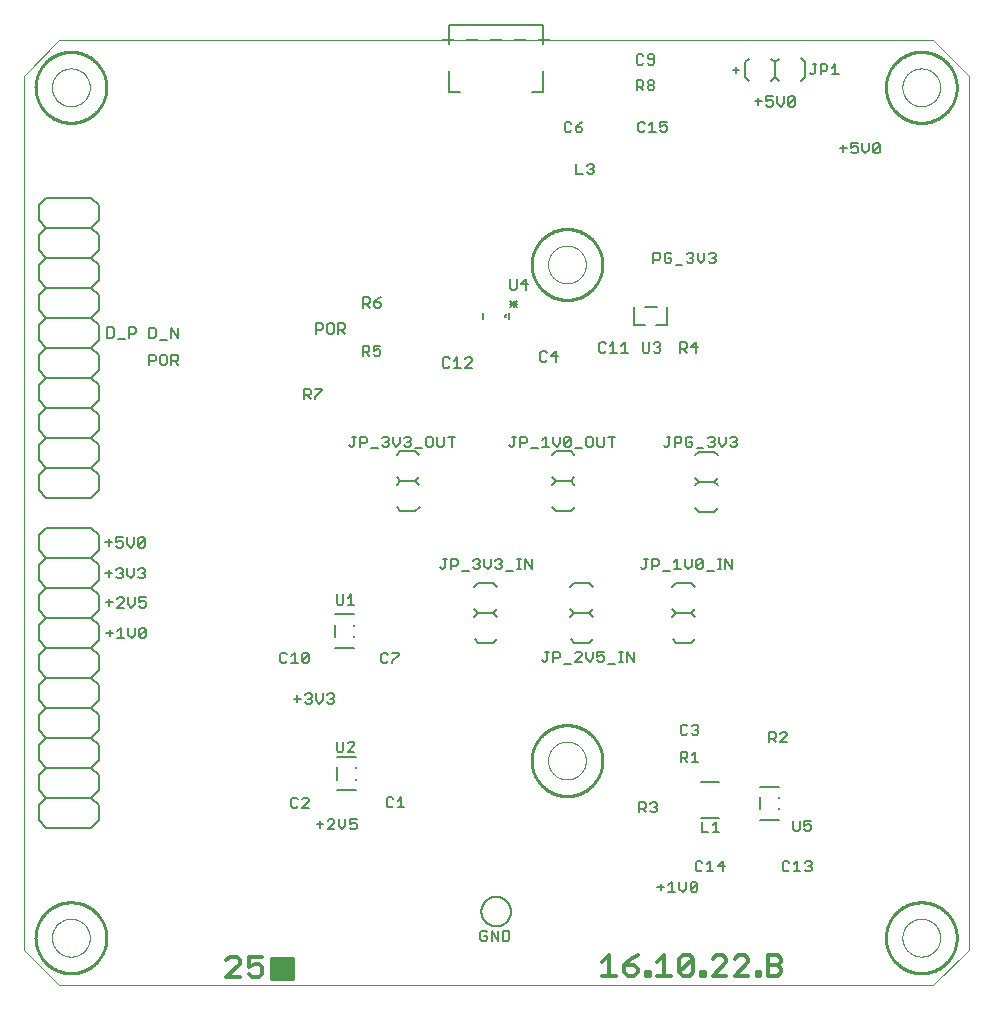
<source format=gto>
G75*
%MOIN*%
%OFA0B0*%
%FSLAX25Y25*%
%IPPOS*%
%LPD*%
%AMOC8*
5,1,8,0,0,1.08239X$1,22.5*
%
%ADD10C,0.00600*%
%ADD11C,0.01200*%
%ADD12C,0.01600*%
%ADD13C,0.00500*%
%ADD14C,0.00000*%
%ADD15C,0.01000*%
D10*
X0028461Y0069461D02*
X0043461Y0069461D01*
X0045961Y0071961D01*
X0045961Y0076961D01*
X0043461Y0079461D01*
X0028461Y0079461D01*
X0025961Y0076961D01*
X0025961Y0071961D01*
X0028461Y0069461D01*
X0028461Y0079461D02*
X0025961Y0081961D01*
X0025961Y0086961D01*
X0028461Y0089461D01*
X0043461Y0089461D01*
X0045961Y0086961D01*
X0045961Y0081961D01*
X0043461Y0079461D01*
X0043461Y0089461D02*
X0045961Y0091961D01*
X0045961Y0096961D01*
X0043461Y0099461D01*
X0028461Y0099461D01*
X0025961Y0101961D01*
X0025961Y0106961D01*
X0028461Y0109461D01*
X0043461Y0109461D01*
X0045961Y0106961D01*
X0045961Y0101961D01*
X0043461Y0099461D01*
X0043461Y0109461D02*
X0045961Y0111961D01*
X0045961Y0116961D01*
X0043461Y0119461D01*
X0028461Y0119461D01*
X0025961Y0116961D01*
X0025961Y0111961D01*
X0028461Y0109461D01*
X0028461Y0099461D02*
X0025961Y0096961D01*
X0025961Y0091961D01*
X0028461Y0089461D01*
X0028461Y0119461D02*
X0025961Y0121961D01*
X0025961Y0126961D01*
X0028461Y0129461D01*
X0043461Y0129461D01*
X0045961Y0126961D01*
X0045961Y0121961D01*
X0043461Y0119461D01*
X0043461Y0129461D02*
X0045961Y0131961D01*
X0045961Y0136961D01*
X0043461Y0139461D01*
X0028461Y0139461D01*
X0025961Y0136961D01*
X0025961Y0131961D01*
X0028461Y0129461D01*
X0028461Y0139461D02*
X0025961Y0141961D01*
X0025961Y0146961D01*
X0028461Y0149461D01*
X0043461Y0149461D01*
X0045961Y0146961D01*
X0045961Y0141961D01*
X0043461Y0139461D01*
X0048400Y0144501D02*
X0050669Y0144501D01*
X0049534Y0143367D02*
X0049534Y0145636D01*
X0052083Y0145636D02*
X0052650Y0146203D01*
X0053785Y0146203D01*
X0054352Y0145636D01*
X0054352Y0145069D01*
X0052083Y0142800D01*
X0054352Y0142800D01*
X0055766Y0143934D02*
X0056901Y0142800D01*
X0058035Y0143934D01*
X0058035Y0146203D01*
X0059449Y0146203D02*
X0059449Y0144501D01*
X0060584Y0145069D01*
X0061151Y0145069D01*
X0061718Y0144501D01*
X0061718Y0143367D01*
X0061151Y0142800D01*
X0060017Y0142800D01*
X0059449Y0143367D01*
X0059449Y0146203D02*
X0061718Y0146203D01*
X0060951Y0152500D02*
X0059817Y0152500D01*
X0059249Y0153067D01*
X0057835Y0153634D02*
X0057835Y0155903D01*
X0059249Y0155336D02*
X0059817Y0155903D01*
X0060951Y0155903D01*
X0061518Y0155336D01*
X0061518Y0154769D01*
X0060951Y0154201D01*
X0061518Y0153634D01*
X0061518Y0153067D01*
X0060951Y0152500D01*
X0060951Y0154201D02*
X0060384Y0154201D01*
X0057835Y0153634D02*
X0056701Y0152500D01*
X0055566Y0153634D01*
X0055566Y0155903D01*
X0054152Y0155336D02*
X0054152Y0154769D01*
X0053585Y0154201D01*
X0054152Y0153634D01*
X0054152Y0153067D01*
X0053585Y0152500D01*
X0052450Y0152500D01*
X0051883Y0153067D01*
X0053017Y0154201D02*
X0053585Y0154201D01*
X0054152Y0155336D02*
X0053585Y0155903D01*
X0052450Y0155903D01*
X0051883Y0155336D01*
X0050469Y0154201D02*
X0048200Y0154201D01*
X0049334Y0153067D02*
X0049334Y0155336D01*
X0045961Y0156961D02*
X0045961Y0151961D01*
X0043461Y0149461D01*
X0045961Y0156961D02*
X0043461Y0159461D01*
X0028461Y0159461D01*
X0025961Y0156961D01*
X0025961Y0151961D01*
X0028461Y0149461D01*
X0028461Y0159461D02*
X0025961Y0161961D01*
X0025961Y0166961D01*
X0028461Y0169461D01*
X0043461Y0169461D01*
X0045961Y0166961D01*
X0045961Y0161961D01*
X0043461Y0159461D01*
X0048200Y0164501D02*
X0050469Y0164501D01*
X0051883Y0164501D02*
X0053017Y0165069D01*
X0053585Y0165069D01*
X0054152Y0164501D01*
X0054152Y0163367D01*
X0053585Y0162800D01*
X0052450Y0162800D01*
X0051883Y0163367D01*
X0051883Y0164501D02*
X0051883Y0166203D01*
X0054152Y0166203D01*
X0055566Y0166203D02*
X0055566Y0163934D01*
X0056701Y0162800D01*
X0057835Y0163934D01*
X0057835Y0166203D01*
X0059249Y0165636D02*
X0059817Y0166203D01*
X0060951Y0166203D01*
X0061518Y0165636D01*
X0059249Y0163367D01*
X0059817Y0162800D01*
X0060951Y0162800D01*
X0061518Y0163367D01*
X0061518Y0165636D01*
X0059249Y0165636D02*
X0059249Y0163367D01*
X0049334Y0163367D02*
X0049334Y0165636D01*
X0043461Y0179461D02*
X0028461Y0179461D01*
X0025961Y0181961D01*
X0025961Y0186961D01*
X0028461Y0189461D01*
X0043461Y0189461D01*
X0045961Y0186961D01*
X0045961Y0181961D01*
X0043461Y0179461D01*
X0043461Y0189461D02*
X0045961Y0191961D01*
X0045961Y0196961D01*
X0043461Y0199461D01*
X0028461Y0199461D01*
X0025961Y0201961D01*
X0025961Y0206961D01*
X0028461Y0209461D01*
X0043461Y0209461D01*
X0045961Y0206961D01*
X0045961Y0201961D01*
X0043461Y0199461D01*
X0043461Y0209461D02*
X0045961Y0211961D01*
X0045961Y0216961D01*
X0043461Y0219461D01*
X0028461Y0219461D01*
X0025961Y0216961D01*
X0025961Y0211961D01*
X0028461Y0209461D01*
X0028461Y0219461D02*
X0025961Y0221961D01*
X0025961Y0226961D01*
X0028461Y0229461D01*
X0043461Y0229461D01*
X0045961Y0226961D01*
X0045961Y0221961D01*
X0043461Y0219461D01*
X0043461Y0229461D02*
X0045961Y0231961D01*
X0045961Y0236961D01*
X0043461Y0239461D01*
X0028461Y0239461D01*
X0025961Y0236961D01*
X0025961Y0231961D01*
X0028461Y0229461D01*
X0028461Y0239461D02*
X0025961Y0241961D01*
X0025961Y0246961D01*
X0028461Y0249461D01*
X0043461Y0249461D01*
X0045961Y0246961D01*
X0045961Y0241961D01*
X0043461Y0239461D01*
X0048800Y0236203D02*
X0050501Y0236203D01*
X0051069Y0235636D01*
X0051069Y0233367D01*
X0050501Y0232800D01*
X0048800Y0232800D01*
X0048800Y0236203D01*
X0052483Y0232233D02*
X0054752Y0232233D01*
X0056166Y0232800D02*
X0056166Y0236203D01*
X0057868Y0236203D01*
X0058435Y0235636D01*
X0058435Y0234501D01*
X0057868Y0233934D01*
X0056166Y0233934D01*
X0062900Y0232700D02*
X0064601Y0232700D01*
X0065169Y0233267D01*
X0065169Y0235536D01*
X0064601Y0236103D01*
X0062900Y0236103D01*
X0062900Y0232700D01*
X0066583Y0232133D02*
X0068852Y0232133D01*
X0070266Y0232700D02*
X0070266Y0236103D01*
X0072535Y0232700D01*
X0072535Y0236103D01*
X0071968Y0227103D02*
X0070266Y0227103D01*
X0070266Y0223700D01*
X0070266Y0224834D02*
X0071968Y0224834D01*
X0072535Y0225401D01*
X0072535Y0226536D01*
X0071968Y0227103D01*
X0071401Y0224834D02*
X0072535Y0223700D01*
X0068852Y0224267D02*
X0068852Y0226536D01*
X0068285Y0227103D01*
X0067150Y0227103D01*
X0066583Y0226536D01*
X0066583Y0224267D01*
X0067150Y0223700D01*
X0068285Y0223700D01*
X0068852Y0224267D01*
X0065169Y0225401D02*
X0064601Y0224834D01*
X0062900Y0224834D01*
X0062900Y0223700D02*
X0062900Y0227103D01*
X0064601Y0227103D01*
X0065169Y0226536D01*
X0065169Y0225401D01*
X0043461Y0249461D02*
X0045961Y0251961D01*
X0045961Y0256961D01*
X0043461Y0259461D01*
X0028461Y0259461D01*
X0025961Y0256961D01*
X0025961Y0251961D01*
X0028461Y0249461D01*
X0028461Y0259461D02*
X0025961Y0261961D01*
X0025961Y0266961D01*
X0028461Y0269461D01*
X0043461Y0269461D01*
X0045961Y0266961D01*
X0045961Y0261961D01*
X0043461Y0259461D01*
X0043461Y0269461D02*
X0045961Y0271961D01*
X0045961Y0276961D01*
X0043461Y0279461D01*
X0028461Y0279461D01*
X0025961Y0276961D01*
X0025961Y0271961D01*
X0028461Y0269461D01*
X0028461Y0199461D02*
X0025961Y0196961D01*
X0025961Y0191961D01*
X0028461Y0189461D01*
X0055766Y0146203D02*
X0055766Y0143934D01*
X0055866Y0136003D02*
X0055866Y0133734D01*
X0057001Y0132600D01*
X0058135Y0133734D01*
X0058135Y0136003D01*
X0059549Y0135436D02*
X0060117Y0136003D01*
X0061251Y0136003D01*
X0061818Y0135436D01*
X0059549Y0133167D01*
X0060117Y0132600D01*
X0061251Y0132600D01*
X0061818Y0133167D01*
X0061818Y0135436D01*
X0059549Y0135436D02*
X0059549Y0133167D01*
X0054452Y0132600D02*
X0052183Y0132600D01*
X0053317Y0132600D02*
X0053317Y0136003D01*
X0052183Y0134869D01*
X0050769Y0134301D02*
X0048500Y0134301D01*
X0049634Y0133167D02*
X0049634Y0135436D01*
X0106500Y0127236D02*
X0106500Y0124967D01*
X0107067Y0124400D01*
X0108201Y0124400D01*
X0108769Y0124967D01*
X0110183Y0124400D02*
X0112452Y0124400D01*
X0111317Y0124400D02*
X0111317Y0127803D01*
X0110183Y0126669D01*
X0108769Y0127236D02*
X0108201Y0127803D01*
X0107067Y0127803D01*
X0106500Y0127236D01*
X0113866Y0127236D02*
X0114433Y0127803D01*
X0115568Y0127803D01*
X0116135Y0127236D01*
X0113866Y0124967D01*
X0114433Y0124400D01*
X0115568Y0124400D01*
X0116135Y0124967D01*
X0116135Y0127236D01*
X0113866Y0127236D02*
X0113866Y0124967D01*
X0115294Y0114156D02*
X0116429Y0114156D01*
X0116996Y0113589D01*
X0116996Y0113022D01*
X0116429Y0112455D01*
X0116996Y0111887D01*
X0116996Y0111320D01*
X0116429Y0110753D01*
X0115294Y0110753D01*
X0114727Y0111320D01*
X0115862Y0112455D02*
X0116429Y0112455D01*
X0115294Y0114156D02*
X0114727Y0113589D01*
X0113313Y0112455D02*
X0111044Y0112455D01*
X0112178Y0113589D02*
X0112178Y0111320D01*
X0118410Y0111887D02*
X0119545Y0110753D01*
X0120679Y0111887D01*
X0120679Y0114156D01*
X0122094Y0113589D02*
X0122661Y0114156D01*
X0123795Y0114156D01*
X0124362Y0113589D01*
X0124362Y0113022D01*
X0123795Y0112455D01*
X0124362Y0111887D01*
X0124362Y0111320D01*
X0123795Y0110753D01*
X0122661Y0110753D01*
X0122094Y0111320D01*
X0123228Y0112455D02*
X0123795Y0112455D01*
X0118410Y0111887D02*
X0118410Y0114156D01*
X0124850Y0129488D02*
X0131150Y0129488D01*
X0131150Y0132945D02*
X0131150Y0133315D01*
X0131150Y0136685D02*
X0131150Y0137055D01*
X0131150Y0140512D02*
X0124850Y0140512D01*
X0125867Y0143800D02*
X0127001Y0143800D01*
X0127569Y0144367D01*
X0127569Y0147203D01*
X0128983Y0146069D02*
X0130117Y0147203D01*
X0130117Y0143800D01*
X0128983Y0143800D02*
X0131252Y0143800D01*
X0125867Y0143800D02*
X0125300Y0144367D01*
X0125300Y0147203D01*
X0124850Y0137055D02*
X0124850Y0132945D01*
X0140100Y0127136D02*
X0140100Y0124867D01*
X0140667Y0124300D01*
X0141801Y0124300D01*
X0142369Y0124867D01*
X0143783Y0124867D02*
X0143783Y0124300D01*
X0143783Y0124867D02*
X0146052Y0127136D01*
X0146052Y0127703D01*
X0143783Y0127703D01*
X0142369Y0127136D02*
X0141801Y0127703D01*
X0140667Y0127703D01*
X0140100Y0127136D01*
X0130685Y0098103D02*
X0129550Y0098103D01*
X0128983Y0097536D01*
X0127569Y0098103D02*
X0127569Y0095267D01*
X0127001Y0094700D01*
X0125867Y0094700D01*
X0125300Y0095267D01*
X0125300Y0098103D01*
X0128983Y0094700D02*
X0131252Y0096969D01*
X0131252Y0097536D01*
X0130685Y0098103D01*
X0131252Y0094700D02*
X0128983Y0094700D01*
X0131650Y0093012D02*
X0125350Y0093012D01*
X0125350Y0089555D02*
X0125350Y0085445D01*
X0125350Y0081988D02*
X0131650Y0081988D01*
X0131650Y0085445D02*
X0131650Y0085815D01*
X0131650Y0089185D02*
X0131650Y0089555D01*
X0142000Y0079036D02*
X0142000Y0076767D01*
X0142567Y0076200D01*
X0143701Y0076200D01*
X0144269Y0076767D01*
X0145683Y0076200D02*
X0147952Y0076200D01*
X0146817Y0076200D02*
X0146817Y0079603D01*
X0145683Y0078469D01*
X0144269Y0079036D02*
X0143701Y0079603D01*
X0142567Y0079603D01*
X0142000Y0079036D01*
X0131962Y0072256D02*
X0129694Y0072256D01*
X0129694Y0070555D01*
X0130828Y0071122D01*
X0131395Y0071122D01*
X0131962Y0070555D01*
X0131962Y0069420D01*
X0131395Y0068853D01*
X0130261Y0068853D01*
X0129694Y0069420D01*
X0128279Y0069987D02*
X0128279Y0072256D01*
X0128279Y0069987D02*
X0127145Y0068853D01*
X0126010Y0069987D01*
X0126010Y0072256D01*
X0124596Y0071689D02*
X0124029Y0072256D01*
X0122894Y0072256D01*
X0122327Y0071689D01*
X0120913Y0070555D02*
X0118644Y0070555D01*
X0119778Y0071689D02*
X0119778Y0069420D01*
X0122327Y0068853D02*
X0124596Y0071122D01*
X0124596Y0071689D01*
X0124596Y0068853D02*
X0122327Y0068853D01*
X0116152Y0076000D02*
X0113883Y0076000D01*
X0116152Y0078269D01*
X0116152Y0078836D01*
X0115585Y0079403D01*
X0114450Y0079403D01*
X0113883Y0078836D01*
X0112469Y0078836D02*
X0111901Y0079403D01*
X0110767Y0079403D01*
X0110200Y0078836D01*
X0110200Y0076567D01*
X0110767Y0076000D01*
X0111901Y0076000D01*
X0112469Y0076567D01*
X0173275Y0034536D02*
X0173275Y0032267D01*
X0173842Y0031700D01*
X0174977Y0031700D01*
X0175544Y0032267D01*
X0175544Y0033401D01*
X0174410Y0033401D01*
X0175544Y0034536D02*
X0174977Y0035103D01*
X0173842Y0035103D01*
X0173275Y0034536D01*
X0176958Y0035103D02*
X0176958Y0031700D01*
X0179227Y0031700D02*
X0176958Y0035103D01*
X0179227Y0035103D02*
X0179227Y0031700D01*
X0180642Y0031700D02*
X0182343Y0031700D01*
X0182910Y0032267D01*
X0182910Y0034536D01*
X0182343Y0035103D01*
X0180642Y0035103D01*
X0180642Y0031700D01*
X0173579Y0041500D02*
X0173581Y0041640D01*
X0173587Y0041780D01*
X0173597Y0041919D01*
X0173611Y0042058D01*
X0173629Y0042197D01*
X0173650Y0042335D01*
X0173676Y0042473D01*
X0173706Y0042610D01*
X0173739Y0042745D01*
X0173777Y0042880D01*
X0173818Y0043014D01*
X0173863Y0043147D01*
X0173911Y0043278D01*
X0173964Y0043407D01*
X0174020Y0043536D01*
X0174079Y0043662D01*
X0174143Y0043787D01*
X0174209Y0043910D01*
X0174280Y0044031D01*
X0174353Y0044150D01*
X0174430Y0044267D01*
X0174511Y0044381D01*
X0174594Y0044493D01*
X0174681Y0044603D01*
X0174771Y0044711D01*
X0174863Y0044815D01*
X0174959Y0044917D01*
X0175058Y0045017D01*
X0175159Y0045113D01*
X0175263Y0045207D01*
X0175370Y0045297D01*
X0175479Y0045384D01*
X0175591Y0045469D01*
X0175705Y0045550D01*
X0175821Y0045628D01*
X0175939Y0045702D01*
X0176060Y0045773D01*
X0176182Y0045841D01*
X0176307Y0045905D01*
X0176433Y0045966D01*
X0176560Y0046023D01*
X0176690Y0046076D01*
X0176821Y0046126D01*
X0176953Y0046171D01*
X0177086Y0046214D01*
X0177221Y0046252D01*
X0177356Y0046286D01*
X0177493Y0046317D01*
X0177630Y0046344D01*
X0177768Y0046366D01*
X0177907Y0046385D01*
X0178046Y0046400D01*
X0178185Y0046411D01*
X0178325Y0046418D01*
X0178465Y0046421D01*
X0178605Y0046420D01*
X0178745Y0046415D01*
X0178884Y0046406D01*
X0179024Y0046393D01*
X0179163Y0046376D01*
X0179301Y0046355D01*
X0179439Y0046331D01*
X0179576Y0046302D01*
X0179712Y0046270D01*
X0179847Y0046233D01*
X0179981Y0046193D01*
X0180114Y0046149D01*
X0180245Y0046101D01*
X0180375Y0046050D01*
X0180504Y0045995D01*
X0180631Y0045936D01*
X0180756Y0045873D01*
X0180879Y0045808D01*
X0181001Y0045738D01*
X0181120Y0045665D01*
X0181238Y0045589D01*
X0181353Y0045510D01*
X0181466Y0045427D01*
X0181576Y0045341D01*
X0181684Y0045252D01*
X0181789Y0045160D01*
X0181892Y0045065D01*
X0181992Y0044967D01*
X0182089Y0044867D01*
X0182183Y0044763D01*
X0182275Y0044657D01*
X0182363Y0044549D01*
X0182448Y0044438D01*
X0182530Y0044324D01*
X0182609Y0044208D01*
X0182684Y0044091D01*
X0182756Y0043971D01*
X0182824Y0043849D01*
X0182889Y0043725D01*
X0182951Y0043599D01*
X0183009Y0043472D01*
X0183063Y0043343D01*
X0183114Y0043212D01*
X0183160Y0043080D01*
X0183203Y0042947D01*
X0183243Y0042813D01*
X0183278Y0042678D01*
X0183310Y0042541D01*
X0183337Y0042404D01*
X0183361Y0042266D01*
X0183381Y0042128D01*
X0183397Y0041989D01*
X0183409Y0041849D01*
X0183417Y0041710D01*
X0183421Y0041570D01*
X0183421Y0041430D01*
X0183417Y0041290D01*
X0183409Y0041151D01*
X0183397Y0041011D01*
X0183381Y0040872D01*
X0183361Y0040734D01*
X0183337Y0040596D01*
X0183310Y0040459D01*
X0183278Y0040322D01*
X0183243Y0040187D01*
X0183203Y0040053D01*
X0183160Y0039920D01*
X0183114Y0039788D01*
X0183063Y0039657D01*
X0183009Y0039528D01*
X0182951Y0039401D01*
X0182889Y0039275D01*
X0182824Y0039151D01*
X0182756Y0039029D01*
X0182684Y0038909D01*
X0182609Y0038792D01*
X0182530Y0038676D01*
X0182448Y0038562D01*
X0182363Y0038451D01*
X0182275Y0038343D01*
X0182183Y0038237D01*
X0182089Y0038133D01*
X0181992Y0038033D01*
X0181892Y0037935D01*
X0181789Y0037840D01*
X0181684Y0037748D01*
X0181576Y0037659D01*
X0181466Y0037573D01*
X0181353Y0037490D01*
X0181238Y0037411D01*
X0181120Y0037335D01*
X0181001Y0037262D01*
X0180879Y0037192D01*
X0180756Y0037127D01*
X0180631Y0037064D01*
X0180504Y0037005D01*
X0180375Y0036950D01*
X0180245Y0036899D01*
X0180114Y0036851D01*
X0179981Y0036807D01*
X0179847Y0036767D01*
X0179712Y0036730D01*
X0179576Y0036698D01*
X0179439Y0036669D01*
X0179301Y0036645D01*
X0179163Y0036624D01*
X0179024Y0036607D01*
X0178884Y0036594D01*
X0178745Y0036585D01*
X0178605Y0036580D01*
X0178465Y0036579D01*
X0178325Y0036582D01*
X0178185Y0036589D01*
X0178046Y0036600D01*
X0177907Y0036615D01*
X0177768Y0036634D01*
X0177630Y0036656D01*
X0177493Y0036683D01*
X0177356Y0036714D01*
X0177221Y0036748D01*
X0177086Y0036786D01*
X0176953Y0036829D01*
X0176821Y0036874D01*
X0176690Y0036924D01*
X0176560Y0036977D01*
X0176433Y0037034D01*
X0176307Y0037095D01*
X0176182Y0037159D01*
X0176060Y0037227D01*
X0175939Y0037298D01*
X0175821Y0037372D01*
X0175705Y0037450D01*
X0175591Y0037531D01*
X0175479Y0037616D01*
X0175370Y0037703D01*
X0175263Y0037793D01*
X0175159Y0037887D01*
X0175058Y0037983D01*
X0174959Y0038083D01*
X0174863Y0038185D01*
X0174771Y0038289D01*
X0174681Y0038397D01*
X0174594Y0038507D01*
X0174511Y0038619D01*
X0174430Y0038733D01*
X0174353Y0038850D01*
X0174280Y0038969D01*
X0174209Y0039090D01*
X0174143Y0039213D01*
X0174079Y0039338D01*
X0174020Y0039464D01*
X0173964Y0039593D01*
X0173911Y0039722D01*
X0173863Y0039853D01*
X0173818Y0039986D01*
X0173777Y0040120D01*
X0173739Y0040255D01*
X0173706Y0040390D01*
X0173676Y0040527D01*
X0173650Y0040665D01*
X0173629Y0040803D01*
X0173611Y0040942D01*
X0173597Y0041081D01*
X0173587Y0041220D01*
X0173581Y0041360D01*
X0173579Y0041500D01*
X0226200Y0074500D02*
X0226200Y0077903D01*
X0227901Y0077903D01*
X0228469Y0077336D01*
X0228469Y0076201D01*
X0227901Y0075634D01*
X0226200Y0075634D01*
X0227334Y0075634D02*
X0228469Y0074500D01*
X0229883Y0075067D02*
X0230450Y0074500D01*
X0231585Y0074500D01*
X0232152Y0075067D01*
X0232152Y0075634D01*
X0231585Y0076201D01*
X0231017Y0076201D01*
X0231585Y0076201D02*
X0232152Y0076769D01*
X0232152Y0077336D01*
X0231585Y0077903D01*
X0230450Y0077903D01*
X0229883Y0077336D01*
X0240000Y0091400D02*
X0240000Y0094803D01*
X0241701Y0094803D01*
X0242269Y0094236D01*
X0242269Y0093101D01*
X0241701Y0092534D01*
X0240000Y0092534D01*
X0241134Y0092534D02*
X0242269Y0091400D01*
X0243683Y0091400D02*
X0245952Y0091400D01*
X0244817Y0091400D02*
X0244817Y0094803D01*
X0243683Y0093669D01*
X0244250Y0100400D02*
X0243683Y0100967D01*
X0244250Y0100400D02*
X0245385Y0100400D01*
X0245952Y0100967D01*
X0245952Y0101534D01*
X0245385Y0102101D01*
X0244817Y0102101D01*
X0245385Y0102101D02*
X0245952Y0102669D01*
X0245952Y0103236D01*
X0245385Y0103803D01*
X0244250Y0103803D01*
X0243683Y0103236D01*
X0242269Y0103236D02*
X0241701Y0103803D01*
X0240567Y0103803D01*
X0240000Y0103236D01*
X0240000Y0100967D01*
X0240567Y0100400D01*
X0241701Y0100400D01*
X0242269Y0100967D01*
X0266550Y0083112D02*
X0272850Y0083112D01*
X0272850Y0079655D02*
X0272850Y0079285D01*
X0272850Y0075915D02*
X0272850Y0075545D01*
X0272850Y0072088D02*
X0266550Y0072088D01*
X0266550Y0075545D02*
X0266550Y0079655D01*
X0277500Y0071803D02*
X0277500Y0068967D01*
X0278067Y0068400D01*
X0279201Y0068400D01*
X0279769Y0068967D01*
X0279769Y0071803D01*
X0281183Y0071803D02*
X0281183Y0070101D01*
X0282317Y0070669D01*
X0282885Y0070669D01*
X0283452Y0070101D01*
X0283452Y0068967D01*
X0282885Y0068400D01*
X0281750Y0068400D01*
X0281183Y0068967D01*
X0281183Y0071803D02*
X0283452Y0071803D01*
X0283068Y0058303D02*
X0283635Y0057736D01*
X0283635Y0057169D01*
X0283068Y0056601D01*
X0283635Y0056034D01*
X0283635Y0055467D01*
X0283068Y0054900D01*
X0281933Y0054900D01*
X0281366Y0055467D01*
X0279952Y0054900D02*
X0277683Y0054900D01*
X0278817Y0054900D02*
X0278817Y0058303D01*
X0277683Y0057169D01*
X0276269Y0057736D02*
X0275701Y0058303D01*
X0274567Y0058303D01*
X0274000Y0057736D01*
X0274000Y0055467D01*
X0274567Y0054900D01*
X0275701Y0054900D01*
X0276269Y0055467D01*
X0281366Y0057736D02*
X0281933Y0058303D01*
X0283068Y0058303D01*
X0283068Y0056601D02*
X0282501Y0056601D01*
X0254635Y0056601D02*
X0252366Y0056601D01*
X0254068Y0058303D01*
X0254068Y0054900D01*
X0250952Y0054900D02*
X0248683Y0054900D01*
X0249817Y0054900D02*
X0249817Y0058303D01*
X0248683Y0057169D01*
X0247269Y0057736D02*
X0246701Y0058303D01*
X0245567Y0058303D01*
X0245000Y0057736D01*
X0245000Y0055467D01*
X0245567Y0054900D01*
X0246701Y0054900D01*
X0247269Y0055467D01*
X0244995Y0051356D02*
X0245562Y0050789D01*
X0243294Y0048520D01*
X0243861Y0047953D01*
X0244995Y0047953D01*
X0245562Y0048520D01*
X0245562Y0050789D01*
X0244995Y0051356D02*
X0243861Y0051356D01*
X0243294Y0050789D01*
X0243294Y0048520D01*
X0241879Y0049087D02*
X0241879Y0051356D01*
X0241879Y0049087D02*
X0240745Y0047953D01*
X0239610Y0049087D01*
X0239610Y0051356D01*
X0237062Y0051356D02*
X0237062Y0047953D01*
X0238196Y0047953D02*
X0235927Y0047953D01*
X0234513Y0049655D02*
X0232244Y0049655D01*
X0233378Y0050789D02*
X0233378Y0048520D01*
X0235927Y0050222D02*
X0237062Y0051356D01*
X0247000Y0067900D02*
X0249269Y0067900D01*
X0250683Y0067900D02*
X0252952Y0067900D01*
X0251817Y0067900D02*
X0251817Y0071303D01*
X0250683Y0070169D01*
X0247000Y0071303D02*
X0247000Y0067900D01*
X0269500Y0097900D02*
X0269500Y0101303D01*
X0271201Y0101303D01*
X0271769Y0100736D01*
X0271769Y0099601D01*
X0271201Y0099034D01*
X0269500Y0099034D01*
X0270634Y0099034D02*
X0271769Y0097900D01*
X0273183Y0097900D02*
X0275452Y0100169D01*
X0275452Y0100736D01*
X0274885Y0101303D01*
X0273750Y0101303D01*
X0273183Y0100736D01*
X0273183Y0097900D02*
X0275452Y0097900D01*
X0243500Y0131000D02*
X0244900Y0132300D01*
X0243500Y0131000D02*
X0238500Y0131000D01*
X0237300Y0132300D01*
X0237200Y0139700D02*
X0238500Y0141000D01*
X0237200Y0142300D01*
X0238500Y0141000D02*
X0243500Y0141000D01*
X0244800Y0142300D01*
X0243500Y0141000D02*
X0244800Y0139700D01*
X0244800Y0149700D02*
X0243500Y0151000D01*
X0238500Y0151000D01*
X0237200Y0149700D01*
X0236335Y0155033D02*
X0234066Y0155033D01*
X0232085Y0156734D02*
X0230383Y0156734D01*
X0230383Y0155600D02*
X0230383Y0159003D01*
X0232085Y0159003D01*
X0232652Y0158436D01*
X0232652Y0157301D01*
X0232085Y0156734D01*
X0228401Y0156167D02*
X0228401Y0159003D01*
X0227834Y0159003D02*
X0228969Y0159003D01*
X0228401Y0156167D02*
X0227834Y0155600D01*
X0227267Y0155600D01*
X0226700Y0156167D01*
X0237749Y0155600D02*
X0240018Y0155600D01*
X0238884Y0155600D02*
X0238884Y0159003D01*
X0237749Y0157869D01*
X0241433Y0159003D02*
X0241433Y0156734D01*
X0242567Y0155600D01*
X0243701Y0156734D01*
X0243701Y0159003D01*
X0245116Y0158436D02*
X0245683Y0159003D01*
X0246817Y0159003D01*
X0247384Y0158436D01*
X0245116Y0156167D01*
X0245683Y0155600D01*
X0246817Y0155600D01*
X0247384Y0156167D01*
X0247384Y0158436D01*
X0245116Y0158436D02*
X0245116Y0156167D01*
X0248799Y0155033D02*
X0251067Y0155033D01*
X0252482Y0155600D02*
X0253616Y0155600D01*
X0253049Y0155600D02*
X0253049Y0159003D01*
X0252482Y0159003D02*
X0253616Y0159003D01*
X0254937Y0159003D02*
X0257206Y0155600D01*
X0257206Y0159003D01*
X0254937Y0159003D02*
X0254937Y0155600D01*
X0251100Y0174800D02*
X0246100Y0174800D01*
X0244800Y0176100D01*
X0251100Y0174800D02*
X0252400Y0176100D01*
X0252400Y0183500D02*
X0251100Y0184800D01*
X0246100Y0184800D01*
X0244800Y0183500D01*
X0246100Y0184800D02*
X0244800Y0186100D01*
X0251100Y0184800D02*
X0252400Y0186100D01*
X0252300Y0193500D02*
X0251100Y0194800D01*
X0246100Y0194800D01*
X0244700Y0193500D01*
X0245349Y0195833D02*
X0247618Y0195833D01*
X0249033Y0196967D02*
X0249600Y0196400D01*
X0250734Y0196400D01*
X0251301Y0196967D01*
X0251301Y0197534D01*
X0250734Y0198101D01*
X0250167Y0198101D01*
X0250734Y0198101D02*
X0251301Y0198669D01*
X0251301Y0199236D01*
X0250734Y0199803D01*
X0249600Y0199803D01*
X0249033Y0199236D01*
X0252716Y0199803D02*
X0252716Y0197534D01*
X0253850Y0196400D01*
X0254984Y0197534D01*
X0254984Y0199803D01*
X0256399Y0199236D02*
X0256966Y0199803D01*
X0258100Y0199803D01*
X0258667Y0199236D01*
X0258667Y0198669D01*
X0258100Y0198101D01*
X0258667Y0197534D01*
X0258667Y0196967D01*
X0258100Y0196400D01*
X0256966Y0196400D01*
X0256399Y0196967D01*
X0257533Y0198101D02*
X0258100Y0198101D01*
X0243935Y0198101D02*
X0242801Y0198101D01*
X0243935Y0198101D02*
X0243935Y0196967D01*
X0243368Y0196400D01*
X0242233Y0196400D01*
X0241666Y0196967D01*
X0241666Y0199236D01*
X0242233Y0199803D01*
X0243368Y0199803D01*
X0243935Y0199236D01*
X0240252Y0199236D02*
X0240252Y0198101D01*
X0239685Y0197534D01*
X0237983Y0197534D01*
X0237983Y0196400D02*
X0237983Y0199803D01*
X0239685Y0199803D01*
X0240252Y0199236D01*
X0236569Y0199803D02*
X0235434Y0199803D01*
X0236001Y0199803D02*
X0236001Y0196967D01*
X0235434Y0196400D01*
X0234867Y0196400D01*
X0234300Y0196967D01*
X0218217Y0199803D02*
X0215948Y0199803D01*
X0217083Y0199803D02*
X0217083Y0196400D01*
X0214534Y0196967D02*
X0214534Y0199803D01*
X0212265Y0199803D02*
X0212265Y0196967D01*
X0212832Y0196400D01*
X0213967Y0196400D01*
X0214534Y0196967D01*
X0210851Y0196967D02*
X0210851Y0199236D01*
X0210283Y0199803D01*
X0209149Y0199803D01*
X0208582Y0199236D01*
X0208582Y0196967D01*
X0209149Y0196400D01*
X0210283Y0196400D01*
X0210851Y0196967D01*
X0207167Y0195833D02*
X0204899Y0195833D01*
X0203484Y0196967D02*
X0202917Y0196400D01*
X0201783Y0196400D01*
X0201216Y0196967D01*
X0203484Y0199236D01*
X0203484Y0196967D01*
X0203300Y0194900D02*
X0204600Y0193600D01*
X0203300Y0194900D02*
X0198300Y0194900D01*
X0197000Y0193600D01*
X0196118Y0196400D02*
X0193849Y0196400D01*
X0194984Y0196400D02*
X0194984Y0199803D01*
X0193849Y0198669D01*
X0192435Y0195833D02*
X0190166Y0195833D01*
X0188185Y0197534D02*
X0188752Y0198101D01*
X0188752Y0199236D01*
X0188185Y0199803D01*
X0186483Y0199803D01*
X0186483Y0196400D01*
X0186483Y0197534D02*
X0188185Y0197534D01*
X0184501Y0196967D02*
X0184501Y0199803D01*
X0183934Y0199803D02*
X0185069Y0199803D01*
X0184501Y0196967D02*
X0183934Y0196400D01*
X0183367Y0196400D01*
X0182800Y0196967D01*
X0197533Y0197534D02*
X0198667Y0196400D01*
X0199801Y0197534D01*
X0199801Y0199803D01*
X0201216Y0199236D02*
X0201783Y0199803D01*
X0202917Y0199803D01*
X0203484Y0199236D01*
X0201216Y0199236D02*
X0201216Y0196967D01*
X0197533Y0197534D02*
X0197533Y0199803D01*
X0197000Y0186200D02*
X0198300Y0184900D01*
X0203300Y0184900D01*
X0204600Y0186200D01*
X0203300Y0184900D02*
X0204600Y0183600D01*
X0198300Y0184900D02*
X0197000Y0183600D01*
X0197100Y0176200D02*
X0198300Y0174900D01*
X0203300Y0174900D01*
X0204700Y0176200D01*
X0190306Y0159003D02*
X0190306Y0155600D01*
X0188037Y0159003D01*
X0188037Y0155600D01*
X0186716Y0155600D02*
X0185582Y0155600D01*
X0186149Y0155600D02*
X0186149Y0159003D01*
X0185582Y0159003D02*
X0186716Y0159003D01*
X0184167Y0155033D02*
X0181899Y0155033D01*
X0180484Y0156167D02*
X0180484Y0156734D01*
X0179917Y0157301D01*
X0179350Y0157301D01*
X0179917Y0157301D02*
X0180484Y0157869D01*
X0180484Y0158436D01*
X0179917Y0159003D01*
X0178783Y0159003D01*
X0178216Y0158436D01*
X0176801Y0159003D02*
X0176801Y0156734D01*
X0175667Y0155600D01*
X0174533Y0156734D01*
X0174533Y0159003D01*
X0173118Y0158436D02*
X0173118Y0157869D01*
X0172551Y0157301D01*
X0173118Y0156734D01*
X0173118Y0156167D01*
X0172551Y0155600D01*
X0171417Y0155600D01*
X0170849Y0156167D01*
X0171984Y0157301D02*
X0172551Y0157301D01*
X0173118Y0158436D02*
X0172551Y0159003D01*
X0171417Y0159003D01*
X0170849Y0158436D01*
X0169435Y0155033D02*
X0167166Y0155033D01*
X0165185Y0156734D02*
X0163483Y0156734D01*
X0163483Y0155600D02*
X0163483Y0159003D01*
X0165185Y0159003D01*
X0165752Y0158436D01*
X0165752Y0157301D01*
X0165185Y0156734D01*
X0161501Y0156167D02*
X0161501Y0159003D01*
X0160934Y0159003D02*
X0162069Y0159003D01*
X0161501Y0156167D02*
X0160934Y0155600D01*
X0160367Y0155600D01*
X0159800Y0156167D01*
X0171200Y0149700D02*
X0172500Y0151000D01*
X0177500Y0151000D01*
X0178800Y0149700D01*
X0178783Y0155600D02*
X0178216Y0156167D01*
X0178783Y0155600D02*
X0179917Y0155600D01*
X0180484Y0156167D01*
X0178800Y0142300D02*
X0177500Y0141000D01*
X0178800Y0139700D01*
X0177500Y0141000D02*
X0172500Y0141000D01*
X0171200Y0142300D01*
X0172500Y0141000D02*
X0171200Y0139700D01*
X0171300Y0132300D02*
X0172500Y0131000D01*
X0177500Y0131000D01*
X0178900Y0132300D01*
X0193800Y0125267D02*
X0194367Y0124700D01*
X0194934Y0124700D01*
X0195501Y0125267D01*
X0195501Y0128103D01*
X0194934Y0128103D02*
X0196069Y0128103D01*
X0197483Y0128103D02*
X0199185Y0128103D01*
X0199752Y0127536D01*
X0199752Y0126401D01*
X0199185Y0125834D01*
X0197483Y0125834D01*
X0197483Y0124700D02*
X0197483Y0128103D01*
X0201166Y0124133D02*
X0203435Y0124133D01*
X0204849Y0124700D02*
X0207118Y0126969D01*
X0207118Y0127536D01*
X0206551Y0128103D01*
X0205417Y0128103D01*
X0204849Y0127536D01*
X0204849Y0124700D02*
X0207118Y0124700D01*
X0208533Y0125834D02*
X0209667Y0124700D01*
X0210801Y0125834D01*
X0210801Y0128103D01*
X0212216Y0128103D02*
X0212216Y0126401D01*
X0213350Y0126969D01*
X0213917Y0126969D01*
X0214484Y0126401D01*
X0214484Y0125267D01*
X0213917Y0124700D01*
X0212783Y0124700D01*
X0212216Y0125267D01*
X0212216Y0128103D02*
X0214484Y0128103D01*
X0219582Y0128103D02*
X0220716Y0128103D01*
X0220149Y0128103D02*
X0220149Y0124700D01*
X0219582Y0124700D02*
X0220716Y0124700D01*
X0222037Y0124700D02*
X0222037Y0128103D01*
X0224306Y0124700D01*
X0224306Y0128103D01*
X0218167Y0124133D02*
X0215899Y0124133D01*
X0208533Y0125834D02*
X0208533Y0128103D01*
X0209500Y0131000D02*
X0210900Y0132300D01*
X0209500Y0131000D02*
X0204500Y0131000D01*
X0203300Y0132300D01*
X0203200Y0139700D02*
X0204500Y0141000D01*
X0203200Y0142300D01*
X0204500Y0141000D02*
X0209500Y0141000D01*
X0210800Y0142300D01*
X0209500Y0141000D02*
X0210800Y0139700D01*
X0210800Y0149700D02*
X0209500Y0151000D01*
X0204500Y0151000D01*
X0203200Y0149700D01*
X0163683Y0196400D02*
X0163683Y0199803D01*
X0164817Y0199803D02*
X0162548Y0199803D01*
X0161134Y0199803D02*
X0161134Y0196967D01*
X0160567Y0196400D01*
X0159432Y0196400D01*
X0158865Y0196967D01*
X0158865Y0199803D01*
X0157451Y0199236D02*
X0156883Y0199803D01*
X0155749Y0199803D01*
X0155182Y0199236D01*
X0155182Y0196967D01*
X0155749Y0196400D01*
X0156883Y0196400D01*
X0157451Y0196967D01*
X0157451Y0199236D01*
X0153767Y0195833D02*
X0151499Y0195833D01*
X0151600Y0195000D02*
X0146600Y0195000D01*
X0145300Y0193700D01*
X0145267Y0196400D02*
X0146401Y0197534D01*
X0146401Y0199803D01*
X0147816Y0199236D02*
X0148383Y0199803D01*
X0149517Y0199803D01*
X0150084Y0199236D01*
X0150084Y0198669D01*
X0149517Y0198101D01*
X0150084Y0197534D01*
X0150084Y0196967D01*
X0149517Y0196400D01*
X0148383Y0196400D01*
X0147816Y0196967D01*
X0148950Y0198101D02*
X0149517Y0198101D01*
X0151600Y0195000D02*
X0152900Y0193700D01*
X0152900Y0186300D02*
X0151600Y0185000D01*
X0152900Y0183700D01*
X0151600Y0185000D02*
X0146600Y0185000D01*
X0145300Y0186300D01*
X0146600Y0185000D02*
X0145300Y0183700D01*
X0145400Y0176300D02*
X0146600Y0175000D01*
X0151600Y0175000D01*
X0153000Y0176300D01*
X0145267Y0196400D02*
X0144133Y0197534D01*
X0144133Y0199803D01*
X0142718Y0199236D02*
X0142718Y0198669D01*
X0142151Y0198101D01*
X0142718Y0197534D01*
X0142718Y0196967D01*
X0142151Y0196400D01*
X0141017Y0196400D01*
X0140449Y0196967D01*
X0141584Y0198101D02*
X0142151Y0198101D01*
X0142718Y0199236D02*
X0142151Y0199803D01*
X0141017Y0199803D01*
X0140449Y0199236D01*
X0139035Y0195833D02*
X0136766Y0195833D01*
X0134785Y0197534D02*
X0135352Y0198101D01*
X0135352Y0199236D01*
X0134785Y0199803D01*
X0133083Y0199803D01*
X0133083Y0196400D01*
X0133083Y0197534D02*
X0134785Y0197534D01*
X0131101Y0196967D02*
X0131101Y0199803D01*
X0130534Y0199803D02*
X0131669Y0199803D01*
X0131101Y0196967D02*
X0130534Y0196400D01*
X0129967Y0196400D01*
X0129400Y0196967D01*
X0118083Y0212400D02*
X0118083Y0212967D01*
X0120352Y0215236D01*
X0120352Y0215803D01*
X0118083Y0215803D01*
X0116669Y0215236D02*
X0116669Y0214101D01*
X0116101Y0213534D01*
X0114400Y0213534D01*
X0114400Y0212400D02*
X0114400Y0215803D01*
X0116101Y0215803D01*
X0116669Y0215236D01*
X0115534Y0213534D02*
X0116669Y0212400D01*
X0134000Y0226700D02*
X0134000Y0230103D01*
X0135701Y0230103D01*
X0136269Y0229536D01*
X0136269Y0228401D01*
X0135701Y0227834D01*
X0134000Y0227834D01*
X0135134Y0227834D02*
X0136269Y0226700D01*
X0137683Y0227267D02*
X0138250Y0226700D01*
X0139385Y0226700D01*
X0139952Y0227267D01*
X0139952Y0228401D01*
X0139385Y0228969D01*
X0138817Y0228969D01*
X0137683Y0228401D01*
X0137683Y0230103D01*
X0139952Y0230103D01*
X0128079Y0234153D02*
X0126945Y0235287D01*
X0127512Y0235287D02*
X0125810Y0235287D01*
X0125810Y0234153D02*
X0125810Y0237556D01*
X0127512Y0237556D01*
X0128079Y0236989D01*
X0128079Y0235855D01*
X0127512Y0235287D01*
X0124396Y0234720D02*
X0123829Y0234153D01*
X0122694Y0234153D01*
X0122127Y0234720D01*
X0122127Y0236989D01*
X0122694Y0237556D01*
X0123829Y0237556D01*
X0124396Y0236989D01*
X0124396Y0234720D01*
X0120713Y0235855D02*
X0120146Y0235287D01*
X0118444Y0235287D01*
X0118444Y0234153D02*
X0118444Y0237556D01*
X0120146Y0237556D01*
X0120713Y0236989D01*
X0120713Y0235855D01*
X0134100Y0242800D02*
X0134100Y0246203D01*
X0135801Y0246203D01*
X0136369Y0245636D01*
X0136369Y0244501D01*
X0135801Y0243934D01*
X0134100Y0243934D01*
X0135234Y0243934D02*
X0136369Y0242800D01*
X0137783Y0243367D02*
X0138350Y0242800D01*
X0139485Y0242800D01*
X0140052Y0243367D01*
X0140052Y0243934D01*
X0139485Y0244501D01*
X0137783Y0244501D01*
X0137783Y0243367D01*
X0137783Y0244501D02*
X0138917Y0245636D01*
X0140052Y0246203D01*
X0160700Y0225636D02*
X0160700Y0223367D01*
X0161267Y0222800D01*
X0162401Y0222800D01*
X0162969Y0223367D01*
X0164383Y0222800D02*
X0166652Y0222800D01*
X0165517Y0222800D02*
X0165517Y0226203D01*
X0164383Y0225069D01*
X0162969Y0225636D02*
X0162401Y0226203D01*
X0161267Y0226203D01*
X0160700Y0225636D01*
X0168066Y0225636D02*
X0168633Y0226203D01*
X0169768Y0226203D01*
X0170335Y0225636D01*
X0170335Y0225069D01*
X0168066Y0222800D01*
X0170335Y0222800D01*
X0174200Y0238900D02*
X0174200Y0241100D01*
X0182800Y0241100D02*
X0182800Y0238900D01*
X0181700Y0239500D02*
X0181673Y0239563D01*
X0181650Y0239628D01*
X0181630Y0239694D01*
X0181615Y0239761D01*
X0181603Y0239829D01*
X0181595Y0239897D01*
X0181591Y0239966D01*
X0181591Y0240034D01*
X0181595Y0240103D01*
X0181603Y0240171D01*
X0181615Y0240239D01*
X0181630Y0240306D01*
X0181650Y0240372D01*
X0181673Y0240437D01*
X0181700Y0240500D01*
X0183267Y0242831D02*
X0185536Y0245100D01*
X0185536Y0243966D02*
X0183267Y0243966D01*
X0183267Y0245100D02*
X0185536Y0242831D01*
X0184401Y0242831D02*
X0184401Y0245100D01*
X0184901Y0248800D02*
X0185469Y0249367D01*
X0185469Y0252203D01*
X0186883Y0250501D02*
X0188585Y0252203D01*
X0188585Y0248800D01*
X0189152Y0250501D02*
X0186883Y0250501D01*
X0184901Y0248800D02*
X0183767Y0248800D01*
X0183200Y0249367D01*
X0183200Y0252203D01*
X0193767Y0228203D02*
X0193200Y0227636D01*
X0193200Y0225367D01*
X0193767Y0224800D01*
X0194901Y0224800D01*
X0195469Y0225367D01*
X0196883Y0226501D02*
X0198585Y0228203D01*
X0198585Y0224800D01*
X0199152Y0226501D02*
X0196883Y0226501D01*
X0195469Y0227636D02*
X0194901Y0228203D01*
X0193767Y0228203D01*
X0212800Y0228367D02*
X0213367Y0227800D01*
X0214501Y0227800D01*
X0215069Y0228367D01*
X0216483Y0227800D02*
X0218752Y0227800D01*
X0217617Y0227800D02*
X0217617Y0231203D01*
X0216483Y0230069D01*
X0215069Y0230636D02*
X0214501Y0231203D01*
X0213367Y0231203D01*
X0212800Y0230636D01*
X0212800Y0228367D01*
X0220166Y0227800D02*
X0222435Y0227800D01*
X0221301Y0227800D02*
X0221301Y0231203D01*
X0220166Y0230069D01*
X0227300Y0231203D02*
X0227300Y0228367D01*
X0227867Y0227800D01*
X0229001Y0227800D01*
X0229569Y0228367D01*
X0229569Y0231203D01*
X0230983Y0230636D02*
X0231550Y0231203D01*
X0232685Y0231203D01*
X0233252Y0230636D01*
X0233252Y0230069D01*
X0232685Y0229501D01*
X0233252Y0228934D01*
X0233252Y0228367D01*
X0232685Y0227800D01*
X0231550Y0227800D01*
X0230983Y0228367D01*
X0232117Y0229501D02*
X0232685Y0229501D01*
X0239800Y0228934D02*
X0241501Y0228934D01*
X0242069Y0229501D01*
X0242069Y0230636D01*
X0241501Y0231203D01*
X0239800Y0231203D01*
X0239800Y0227800D01*
X0240934Y0228934D02*
X0242069Y0227800D01*
X0243483Y0229501D02*
X0245185Y0231203D01*
X0245185Y0227800D01*
X0245752Y0229501D02*
X0243483Y0229501D01*
X0235512Y0236850D02*
X0231772Y0236850D01*
X0228228Y0236850D02*
X0224488Y0236850D01*
X0224488Y0243150D01*
X0228031Y0243150D02*
X0231969Y0243150D01*
X0235512Y0243150D02*
X0235512Y0236850D01*
X0238310Y0257086D02*
X0240579Y0257086D01*
X0241994Y0258220D02*
X0242561Y0257653D01*
X0243695Y0257653D01*
X0244262Y0258220D01*
X0244262Y0258787D01*
X0243695Y0259355D01*
X0243128Y0259355D01*
X0243695Y0259355D02*
X0244262Y0259922D01*
X0244262Y0260489D01*
X0243695Y0261056D01*
X0242561Y0261056D01*
X0241994Y0260489D01*
X0236896Y0260489D02*
X0236329Y0261056D01*
X0235194Y0261056D01*
X0234627Y0260489D01*
X0234627Y0258220D01*
X0235194Y0257653D01*
X0236329Y0257653D01*
X0236896Y0258220D01*
X0236896Y0259355D01*
X0235762Y0259355D01*
X0233213Y0259355D02*
X0232646Y0258787D01*
X0230944Y0258787D01*
X0230944Y0257653D02*
X0230944Y0261056D01*
X0232646Y0261056D01*
X0233213Y0260489D01*
X0233213Y0259355D01*
X0245677Y0258787D02*
X0246811Y0257653D01*
X0247945Y0258787D01*
X0247945Y0261056D01*
X0249360Y0260489D02*
X0249927Y0261056D01*
X0251061Y0261056D01*
X0251628Y0260489D01*
X0251628Y0259922D01*
X0251061Y0259355D01*
X0251628Y0258787D01*
X0251628Y0258220D01*
X0251061Y0257653D01*
X0249927Y0257653D01*
X0249360Y0258220D01*
X0250494Y0259355D02*
X0251061Y0259355D01*
X0245677Y0258787D02*
X0245677Y0261056D01*
X0211069Y0287867D02*
X0210501Y0287300D01*
X0209367Y0287300D01*
X0208800Y0287867D01*
X0207385Y0287300D02*
X0205117Y0287300D01*
X0205117Y0290703D01*
X0208800Y0290136D02*
X0209367Y0290703D01*
X0210501Y0290703D01*
X0211069Y0290136D01*
X0211069Y0289569D01*
X0210501Y0289001D01*
X0211069Y0288434D01*
X0211069Y0287867D01*
X0210501Y0289001D02*
X0209934Y0289001D01*
X0206685Y0301300D02*
X0205550Y0301300D01*
X0204983Y0301867D01*
X0204983Y0303001D01*
X0206685Y0303001D01*
X0207252Y0302434D01*
X0207252Y0301867D01*
X0206685Y0301300D01*
X0204983Y0303001D02*
X0206117Y0304136D01*
X0207252Y0304703D01*
X0203569Y0304136D02*
X0203001Y0304703D01*
X0201867Y0304703D01*
X0201300Y0304136D01*
X0201300Y0301867D01*
X0201867Y0301300D01*
X0203001Y0301300D01*
X0203569Y0301867D01*
X0225800Y0301867D02*
X0226367Y0301300D01*
X0227501Y0301300D01*
X0228069Y0301867D01*
X0229483Y0301300D02*
X0231752Y0301300D01*
X0230617Y0301300D02*
X0230617Y0304703D01*
X0229483Y0303569D01*
X0228069Y0304136D02*
X0227501Y0304703D01*
X0226367Y0304703D01*
X0225800Y0304136D01*
X0225800Y0301867D01*
X0233166Y0301867D02*
X0233733Y0301300D01*
X0234868Y0301300D01*
X0235435Y0301867D01*
X0235435Y0303001D01*
X0234868Y0303569D01*
X0234301Y0303569D01*
X0233166Y0303001D01*
X0233166Y0304703D01*
X0235435Y0304703D01*
X0230685Y0315300D02*
X0229550Y0315300D01*
X0228983Y0315867D01*
X0228983Y0316434D01*
X0229550Y0317001D01*
X0230685Y0317001D01*
X0231252Y0316434D01*
X0231252Y0315867D01*
X0230685Y0315300D01*
X0230685Y0317001D02*
X0231252Y0317569D01*
X0231252Y0318136D01*
X0230685Y0318703D01*
X0229550Y0318703D01*
X0228983Y0318136D01*
X0228983Y0317569D01*
X0229550Y0317001D01*
X0227569Y0317001D02*
X0227001Y0316434D01*
X0225300Y0316434D01*
X0225300Y0315300D02*
X0225300Y0318703D01*
X0227001Y0318703D01*
X0227569Y0318136D01*
X0227569Y0317001D01*
X0226434Y0316434D02*
X0227569Y0315300D01*
X0227001Y0323800D02*
X0227569Y0324367D01*
X0227001Y0323800D02*
X0225867Y0323800D01*
X0225300Y0324367D01*
X0225300Y0326636D01*
X0225867Y0327203D01*
X0227001Y0327203D01*
X0227569Y0326636D01*
X0228983Y0326636D02*
X0228983Y0326069D01*
X0229550Y0325501D01*
X0231252Y0325501D01*
X0231252Y0324367D02*
X0231252Y0326636D01*
X0230685Y0327203D01*
X0229550Y0327203D01*
X0228983Y0326636D01*
X0228983Y0324367D02*
X0229550Y0323800D01*
X0230685Y0323800D01*
X0231252Y0324367D01*
X0257300Y0322001D02*
X0259569Y0322001D01*
X0258434Y0320867D02*
X0258434Y0323136D01*
X0261500Y0324500D02*
X0261500Y0319500D01*
X0262800Y0318200D01*
X0265934Y0312636D02*
X0265934Y0310367D01*
X0264800Y0311501D02*
X0267069Y0311501D01*
X0268483Y0311501D02*
X0269617Y0312069D01*
X0270185Y0312069D01*
X0270752Y0311501D01*
X0270752Y0310367D01*
X0270185Y0309800D01*
X0269050Y0309800D01*
X0268483Y0310367D01*
X0268483Y0311501D02*
X0268483Y0313203D01*
X0270752Y0313203D01*
X0272166Y0313203D02*
X0272166Y0310934D01*
X0273301Y0309800D01*
X0274435Y0310934D01*
X0274435Y0313203D01*
X0275849Y0312636D02*
X0276417Y0313203D01*
X0277551Y0313203D01*
X0278118Y0312636D01*
X0275849Y0310367D01*
X0276417Y0309800D01*
X0277551Y0309800D01*
X0278118Y0310367D01*
X0278118Y0312636D01*
X0275849Y0312636D02*
X0275849Y0310367D01*
X0272800Y0318200D02*
X0271500Y0319500D01*
X0270200Y0318200D01*
X0271500Y0319500D02*
X0271500Y0324500D01*
X0270200Y0325800D01*
X0271500Y0324500D02*
X0272800Y0325800D01*
X0280200Y0325900D02*
X0281500Y0324500D01*
X0281500Y0319500D01*
X0280200Y0318300D01*
X0283000Y0321067D02*
X0283567Y0320500D01*
X0284134Y0320500D01*
X0284701Y0321067D01*
X0284701Y0323903D01*
X0284134Y0323903D02*
X0285269Y0323903D01*
X0286683Y0323903D02*
X0288385Y0323903D01*
X0288952Y0323336D01*
X0288952Y0322201D01*
X0288385Y0321634D01*
X0286683Y0321634D01*
X0286683Y0320500D02*
X0286683Y0323903D01*
X0290366Y0322769D02*
X0291501Y0323903D01*
X0291501Y0320500D01*
X0292635Y0320500D02*
X0290366Y0320500D01*
X0296727Y0297656D02*
X0296727Y0295955D01*
X0297862Y0296522D01*
X0298429Y0296522D01*
X0298996Y0295955D01*
X0298996Y0294820D01*
X0298429Y0294253D01*
X0297294Y0294253D01*
X0296727Y0294820D01*
X0295313Y0295955D02*
X0293044Y0295955D01*
X0294178Y0297089D02*
X0294178Y0294820D01*
X0296727Y0297656D02*
X0298996Y0297656D01*
X0300410Y0297656D02*
X0300410Y0295387D01*
X0301545Y0294253D01*
X0302679Y0295387D01*
X0302679Y0297656D01*
X0304094Y0297089D02*
X0304661Y0297656D01*
X0305795Y0297656D01*
X0306362Y0297089D01*
X0304094Y0294820D01*
X0304661Y0294253D01*
X0305795Y0294253D01*
X0306362Y0294820D01*
X0306362Y0297089D01*
X0304094Y0297089D02*
X0304094Y0294820D01*
X0262800Y0325800D02*
X0261500Y0324500D01*
D11*
X0261394Y0026906D02*
X0259125Y0026906D01*
X0257991Y0025772D01*
X0255162Y0025772D02*
X0255162Y0024637D01*
X0250625Y0020100D01*
X0255162Y0020100D01*
X0257991Y0020100D02*
X0262528Y0024637D01*
X0262528Y0025772D01*
X0261394Y0026906D01*
X0255162Y0025772D02*
X0254028Y0026906D01*
X0251759Y0026906D01*
X0250625Y0025772D01*
X0248076Y0021234D02*
X0248076Y0020100D01*
X0246942Y0020100D01*
X0246942Y0021234D01*
X0248076Y0021234D01*
X0244112Y0021234D02*
X0242978Y0020100D01*
X0240710Y0020100D01*
X0239575Y0021234D01*
X0244112Y0025772D01*
X0244112Y0021234D01*
X0239575Y0021234D02*
X0239575Y0025772D01*
X0240710Y0026906D01*
X0242978Y0026906D01*
X0244112Y0025772D01*
X0236746Y0020100D02*
X0232209Y0020100D01*
X0234478Y0020100D02*
X0234478Y0026906D01*
X0232209Y0024637D01*
X0229660Y0021234D02*
X0229660Y0020100D01*
X0228526Y0020100D01*
X0228526Y0021234D01*
X0229660Y0021234D01*
X0225697Y0021234D02*
X0225697Y0022369D01*
X0224562Y0023503D01*
X0221160Y0023503D01*
X0221160Y0021234D01*
X0222294Y0020100D01*
X0224562Y0020100D01*
X0225697Y0021234D01*
X0221160Y0023503D02*
X0223428Y0025772D01*
X0225697Y0026906D01*
X0218330Y0020100D02*
X0213793Y0020100D01*
X0216062Y0020100D02*
X0216062Y0026906D01*
X0213793Y0024637D01*
X0257991Y0020100D02*
X0262528Y0020100D01*
X0265357Y0020100D02*
X0266492Y0020100D01*
X0266492Y0021234D01*
X0265357Y0021234D01*
X0265357Y0020100D01*
X0269040Y0020100D02*
X0272443Y0020100D01*
X0273578Y0021234D01*
X0273578Y0022369D01*
X0272443Y0023503D01*
X0269040Y0023503D01*
X0269040Y0020100D02*
X0269040Y0026906D01*
X0272443Y0026906D01*
X0273578Y0025772D01*
X0273578Y0024637D01*
X0272443Y0023503D01*
X0100503Y0023003D02*
X0100503Y0020734D01*
X0099369Y0019600D01*
X0097101Y0019600D01*
X0095966Y0020734D01*
X0095966Y0023003D02*
X0098235Y0024137D01*
X0099369Y0024137D01*
X0100503Y0023003D01*
X0100503Y0026406D02*
X0095966Y0026406D01*
X0095966Y0023003D01*
X0093137Y0024137D02*
X0093137Y0025272D01*
X0092003Y0026406D01*
X0089734Y0026406D01*
X0088600Y0025272D01*
X0093137Y0024137D02*
X0088600Y0019600D01*
X0093137Y0019600D01*
D12*
X0103800Y0019300D02*
X0110400Y0019300D01*
X0110400Y0025700D01*
X0103800Y0025700D01*
X0103800Y0019300D01*
X0103800Y0020197D02*
X0110400Y0020197D01*
X0110400Y0021796D02*
X0103800Y0021796D01*
X0103800Y0023394D02*
X0110400Y0023394D01*
X0110400Y0024993D02*
X0103800Y0024993D01*
D13*
X0246700Y0072500D02*
X0252700Y0072500D01*
X0252700Y0084700D02*
X0246700Y0084700D01*
X0194150Y0314600D02*
X0190450Y0314600D01*
X0194248Y0314776D02*
X0194248Y0321820D01*
X0194200Y0330776D02*
X0194200Y0337120D01*
X0194150Y0337118D02*
X0162850Y0337118D01*
X0162800Y0337120D02*
X0162800Y0330776D01*
X0164484Y0332000D02*
X0160390Y0332000D01*
X0168421Y0332000D02*
X0172516Y0332000D01*
X0176453Y0332000D02*
X0180547Y0332000D01*
X0184484Y0332000D02*
X0188579Y0332000D01*
X0192516Y0332000D02*
X0196610Y0332000D01*
X0166550Y0314600D02*
X0162850Y0314600D01*
X0162800Y0314676D02*
X0162800Y0321820D01*
D14*
X0021000Y0028811D02*
X0032811Y0017000D01*
X0324150Y0017000D01*
X0335961Y0028811D01*
X0335961Y0320150D01*
X0324150Y0331961D01*
X0032811Y0331961D01*
X0021000Y0320150D01*
X0021000Y0028811D01*
X0030449Y0032748D02*
X0030451Y0032906D01*
X0030457Y0033064D01*
X0030467Y0033222D01*
X0030481Y0033380D01*
X0030499Y0033537D01*
X0030520Y0033694D01*
X0030546Y0033850D01*
X0030576Y0034006D01*
X0030609Y0034161D01*
X0030647Y0034314D01*
X0030688Y0034467D01*
X0030733Y0034619D01*
X0030782Y0034770D01*
X0030835Y0034919D01*
X0030891Y0035067D01*
X0030951Y0035213D01*
X0031015Y0035358D01*
X0031083Y0035501D01*
X0031154Y0035643D01*
X0031228Y0035783D01*
X0031306Y0035920D01*
X0031388Y0036056D01*
X0031472Y0036190D01*
X0031561Y0036321D01*
X0031652Y0036450D01*
X0031747Y0036577D01*
X0031844Y0036702D01*
X0031945Y0036824D01*
X0032049Y0036943D01*
X0032156Y0037060D01*
X0032266Y0037174D01*
X0032379Y0037285D01*
X0032494Y0037394D01*
X0032612Y0037499D01*
X0032733Y0037601D01*
X0032856Y0037701D01*
X0032982Y0037797D01*
X0033110Y0037890D01*
X0033240Y0037980D01*
X0033373Y0038066D01*
X0033508Y0038150D01*
X0033644Y0038229D01*
X0033783Y0038306D01*
X0033924Y0038378D01*
X0034066Y0038448D01*
X0034210Y0038513D01*
X0034356Y0038575D01*
X0034503Y0038633D01*
X0034652Y0038688D01*
X0034802Y0038739D01*
X0034953Y0038786D01*
X0035105Y0038829D01*
X0035258Y0038868D01*
X0035413Y0038904D01*
X0035568Y0038935D01*
X0035724Y0038963D01*
X0035880Y0038987D01*
X0036037Y0039007D01*
X0036195Y0039023D01*
X0036352Y0039035D01*
X0036511Y0039043D01*
X0036669Y0039047D01*
X0036827Y0039047D01*
X0036985Y0039043D01*
X0037144Y0039035D01*
X0037301Y0039023D01*
X0037459Y0039007D01*
X0037616Y0038987D01*
X0037772Y0038963D01*
X0037928Y0038935D01*
X0038083Y0038904D01*
X0038238Y0038868D01*
X0038391Y0038829D01*
X0038543Y0038786D01*
X0038694Y0038739D01*
X0038844Y0038688D01*
X0038993Y0038633D01*
X0039140Y0038575D01*
X0039286Y0038513D01*
X0039430Y0038448D01*
X0039572Y0038378D01*
X0039713Y0038306D01*
X0039852Y0038229D01*
X0039988Y0038150D01*
X0040123Y0038066D01*
X0040256Y0037980D01*
X0040386Y0037890D01*
X0040514Y0037797D01*
X0040640Y0037701D01*
X0040763Y0037601D01*
X0040884Y0037499D01*
X0041002Y0037394D01*
X0041117Y0037285D01*
X0041230Y0037174D01*
X0041340Y0037060D01*
X0041447Y0036943D01*
X0041551Y0036824D01*
X0041652Y0036702D01*
X0041749Y0036577D01*
X0041844Y0036450D01*
X0041935Y0036321D01*
X0042024Y0036190D01*
X0042108Y0036056D01*
X0042190Y0035920D01*
X0042268Y0035783D01*
X0042342Y0035643D01*
X0042413Y0035501D01*
X0042481Y0035358D01*
X0042545Y0035213D01*
X0042605Y0035067D01*
X0042661Y0034919D01*
X0042714Y0034770D01*
X0042763Y0034619D01*
X0042808Y0034467D01*
X0042849Y0034314D01*
X0042887Y0034161D01*
X0042920Y0034006D01*
X0042950Y0033850D01*
X0042976Y0033694D01*
X0042997Y0033537D01*
X0043015Y0033380D01*
X0043029Y0033222D01*
X0043039Y0033064D01*
X0043045Y0032906D01*
X0043047Y0032748D01*
X0043045Y0032590D01*
X0043039Y0032432D01*
X0043029Y0032274D01*
X0043015Y0032116D01*
X0042997Y0031959D01*
X0042976Y0031802D01*
X0042950Y0031646D01*
X0042920Y0031490D01*
X0042887Y0031335D01*
X0042849Y0031182D01*
X0042808Y0031029D01*
X0042763Y0030877D01*
X0042714Y0030726D01*
X0042661Y0030577D01*
X0042605Y0030429D01*
X0042545Y0030283D01*
X0042481Y0030138D01*
X0042413Y0029995D01*
X0042342Y0029853D01*
X0042268Y0029713D01*
X0042190Y0029576D01*
X0042108Y0029440D01*
X0042024Y0029306D01*
X0041935Y0029175D01*
X0041844Y0029046D01*
X0041749Y0028919D01*
X0041652Y0028794D01*
X0041551Y0028672D01*
X0041447Y0028553D01*
X0041340Y0028436D01*
X0041230Y0028322D01*
X0041117Y0028211D01*
X0041002Y0028102D01*
X0040884Y0027997D01*
X0040763Y0027895D01*
X0040640Y0027795D01*
X0040514Y0027699D01*
X0040386Y0027606D01*
X0040256Y0027516D01*
X0040123Y0027430D01*
X0039988Y0027346D01*
X0039852Y0027267D01*
X0039713Y0027190D01*
X0039572Y0027118D01*
X0039430Y0027048D01*
X0039286Y0026983D01*
X0039140Y0026921D01*
X0038993Y0026863D01*
X0038844Y0026808D01*
X0038694Y0026757D01*
X0038543Y0026710D01*
X0038391Y0026667D01*
X0038238Y0026628D01*
X0038083Y0026592D01*
X0037928Y0026561D01*
X0037772Y0026533D01*
X0037616Y0026509D01*
X0037459Y0026489D01*
X0037301Y0026473D01*
X0037144Y0026461D01*
X0036985Y0026453D01*
X0036827Y0026449D01*
X0036669Y0026449D01*
X0036511Y0026453D01*
X0036352Y0026461D01*
X0036195Y0026473D01*
X0036037Y0026489D01*
X0035880Y0026509D01*
X0035724Y0026533D01*
X0035568Y0026561D01*
X0035413Y0026592D01*
X0035258Y0026628D01*
X0035105Y0026667D01*
X0034953Y0026710D01*
X0034802Y0026757D01*
X0034652Y0026808D01*
X0034503Y0026863D01*
X0034356Y0026921D01*
X0034210Y0026983D01*
X0034066Y0027048D01*
X0033924Y0027118D01*
X0033783Y0027190D01*
X0033644Y0027267D01*
X0033508Y0027346D01*
X0033373Y0027430D01*
X0033240Y0027516D01*
X0033110Y0027606D01*
X0032982Y0027699D01*
X0032856Y0027795D01*
X0032733Y0027895D01*
X0032612Y0027997D01*
X0032494Y0028102D01*
X0032379Y0028211D01*
X0032266Y0028322D01*
X0032156Y0028436D01*
X0032049Y0028553D01*
X0031945Y0028672D01*
X0031844Y0028794D01*
X0031747Y0028919D01*
X0031652Y0029046D01*
X0031561Y0029175D01*
X0031472Y0029306D01*
X0031388Y0029440D01*
X0031306Y0029576D01*
X0031228Y0029713D01*
X0031154Y0029853D01*
X0031083Y0029995D01*
X0031015Y0030138D01*
X0030951Y0030283D01*
X0030891Y0030429D01*
X0030835Y0030577D01*
X0030782Y0030726D01*
X0030733Y0030877D01*
X0030688Y0031029D01*
X0030647Y0031182D01*
X0030609Y0031335D01*
X0030576Y0031490D01*
X0030546Y0031646D01*
X0030520Y0031802D01*
X0030499Y0031959D01*
X0030481Y0032116D01*
X0030467Y0032274D01*
X0030457Y0032432D01*
X0030451Y0032590D01*
X0030449Y0032748D01*
X0195803Y0091803D02*
X0195805Y0091961D01*
X0195811Y0092119D01*
X0195821Y0092277D01*
X0195835Y0092435D01*
X0195853Y0092592D01*
X0195874Y0092749D01*
X0195900Y0092905D01*
X0195930Y0093061D01*
X0195963Y0093216D01*
X0196001Y0093369D01*
X0196042Y0093522D01*
X0196087Y0093674D01*
X0196136Y0093825D01*
X0196189Y0093974D01*
X0196245Y0094122D01*
X0196305Y0094268D01*
X0196369Y0094413D01*
X0196437Y0094556D01*
X0196508Y0094698D01*
X0196582Y0094838D01*
X0196660Y0094975D01*
X0196742Y0095111D01*
X0196826Y0095245D01*
X0196915Y0095376D01*
X0197006Y0095505D01*
X0197101Y0095632D01*
X0197198Y0095757D01*
X0197299Y0095879D01*
X0197403Y0095998D01*
X0197510Y0096115D01*
X0197620Y0096229D01*
X0197733Y0096340D01*
X0197848Y0096449D01*
X0197966Y0096554D01*
X0198087Y0096656D01*
X0198210Y0096756D01*
X0198336Y0096852D01*
X0198464Y0096945D01*
X0198594Y0097035D01*
X0198727Y0097121D01*
X0198862Y0097205D01*
X0198998Y0097284D01*
X0199137Y0097361D01*
X0199278Y0097433D01*
X0199420Y0097503D01*
X0199564Y0097568D01*
X0199710Y0097630D01*
X0199857Y0097688D01*
X0200006Y0097743D01*
X0200156Y0097794D01*
X0200307Y0097841D01*
X0200459Y0097884D01*
X0200612Y0097923D01*
X0200767Y0097959D01*
X0200922Y0097990D01*
X0201078Y0098018D01*
X0201234Y0098042D01*
X0201391Y0098062D01*
X0201549Y0098078D01*
X0201706Y0098090D01*
X0201865Y0098098D01*
X0202023Y0098102D01*
X0202181Y0098102D01*
X0202339Y0098098D01*
X0202498Y0098090D01*
X0202655Y0098078D01*
X0202813Y0098062D01*
X0202970Y0098042D01*
X0203126Y0098018D01*
X0203282Y0097990D01*
X0203437Y0097959D01*
X0203592Y0097923D01*
X0203745Y0097884D01*
X0203897Y0097841D01*
X0204048Y0097794D01*
X0204198Y0097743D01*
X0204347Y0097688D01*
X0204494Y0097630D01*
X0204640Y0097568D01*
X0204784Y0097503D01*
X0204926Y0097433D01*
X0205067Y0097361D01*
X0205206Y0097284D01*
X0205342Y0097205D01*
X0205477Y0097121D01*
X0205610Y0097035D01*
X0205740Y0096945D01*
X0205868Y0096852D01*
X0205994Y0096756D01*
X0206117Y0096656D01*
X0206238Y0096554D01*
X0206356Y0096449D01*
X0206471Y0096340D01*
X0206584Y0096229D01*
X0206694Y0096115D01*
X0206801Y0095998D01*
X0206905Y0095879D01*
X0207006Y0095757D01*
X0207103Y0095632D01*
X0207198Y0095505D01*
X0207289Y0095376D01*
X0207378Y0095245D01*
X0207462Y0095111D01*
X0207544Y0094975D01*
X0207622Y0094838D01*
X0207696Y0094698D01*
X0207767Y0094556D01*
X0207835Y0094413D01*
X0207899Y0094268D01*
X0207959Y0094122D01*
X0208015Y0093974D01*
X0208068Y0093825D01*
X0208117Y0093674D01*
X0208162Y0093522D01*
X0208203Y0093369D01*
X0208241Y0093216D01*
X0208274Y0093061D01*
X0208304Y0092905D01*
X0208330Y0092749D01*
X0208351Y0092592D01*
X0208369Y0092435D01*
X0208383Y0092277D01*
X0208393Y0092119D01*
X0208399Y0091961D01*
X0208401Y0091803D01*
X0208399Y0091645D01*
X0208393Y0091487D01*
X0208383Y0091329D01*
X0208369Y0091171D01*
X0208351Y0091014D01*
X0208330Y0090857D01*
X0208304Y0090701D01*
X0208274Y0090545D01*
X0208241Y0090390D01*
X0208203Y0090237D01*
X0208162Y0090084D01*
X0208117Y0089932D01*
X0208068Y0089781D01*
X0208015Y0089632D01*
X0207959Y0089484D01*
X0207899Y0089338D01*
X0207835Y0089193D01*
X0207767Y0089050D01*
X0207696Y0088908D01*
X0207622Y0088768D01*
X0207544Y0088631D01*
X0207462Y0088495D01*
X0207378Y0088361D01*
X0207289Y0088230D01*
X0207198Y0088101D01*
X0207103Y0087974D01*
X0207006Y0087849D01*
X0206905Y0087727D01*
X0206801Y0087608D01*
X0206694Y0087491D01*
X0206584Y0087377D01*
X0206471Y0087266D01*
X0206356Y0087157D01*
X0206238Y0087052D01*
X0206117Y0086950D01*
X0205994Y0086850D01*
X0205868Y0086754D01*
X0205740Y0086661D01*
X0205610Y0086571D01*
X0205477Y0086485D01*
X0205342Y0086401D01*
X0205206Y0086322D01*
X0205067Y0086245D01*
X0204926Y0086173D01*
X0204784Y0086103D01*
X0204640Y0086038D01*
X0204494Y0085976D01*
X0204347Y0085918D01*
X0204198Y0085863D01*
X0204048Y0085812D01*
X0203897Y0085765D01*
X0203745Y0085722D01*
X0203592Y0085683D01*
X0203437Y0085647D01*
X0203282Y0085616D01*
X0203126Y0085588D01*
X0202970Y0085564D01*
X0202813Y0085544D01*
X0202655Y0085528D01*
X0202498Y0085516D01*
X0202339Y0085508D01*
X0202181Y0085504D01*
X0202023Y0085504D01*
X0201865Y0085508D01*
X0201706Y0085516D01*
X0201549Y0085528D01*
X0201391Y0085544D01*
X0201234Y0085564D01*
X0201078Y0085588D01*
X0200922Y0085616D01*
X0200767Y0085647D01*
X0200612Y0085683D01*
X0200459Y0085722D01*
X0200307Y0085765D01*
X0200156Y0085812D01*
X0200006Y0085863D01*
X0199857Y0085918D01*
X0199710Y0085976D01*
X0199564Y0086038D01*
X0199420Y0086103D01*
X0199278Y0086173D01*
X0199137Y0086245D01*
X0198998Y0086322D01*
X0198862Y0086401D01*
X0198727Y0086485D01*
X0198594Y0086571D01*
X0198464Y0086661D01*
X0198336Y0086754D01*
X0198210Y0086850D01*
X0198087Y0086950D01*
X0197966Y0087052D01*
X0197848Y0087157D01*
X0197733Y0087266D01*
X0197620Y0087377D01*
X0197510Y0087491D01*
X0197403Y0087608D01*
X0197299Y0087727D01*
X0197198Y0087849D01*
X0197101Y0087974D01*
X0197006Y0088101D01*
X0196915Y0088230D01*
X0196826Y0088361D01*
X0196742Y0088495D01*
X0196660Y0088631D01*
X0196582Y0088768D01*
X0196508Y0088908D01*
X0196437Y0089050D01*
X0196369Y0089193D01*
X0196305Y0089338D01*
X0196245Y0089484D01*
X0196189Y0089632D01*
X0196136Y0089781D01*
X0196087Y0089932D01*
X0196042Y0090084D01*
X0196001Y0090237D01*
X0195963Y0090390D01*
X0195930Y0090545D01*
X0195900Y0090701D01*
X0195874Y0090857D01*
X0195853Y0091014D01*
X0195835Y0091171D01*
X0195821Y0091329D01*
X0195811Y0091487D01*
X0195805Y0091645D01*
X0195803Y0091803D01*
X0313914Y0032748D02*
X0313916Y0032906D01*
X0313922Y0033064D01*
X0313932Y0033222D01*
X0313946Y0033380D01*
X0313964Y0033537D01*
X0313985Y0033694D01*
X0314011Y0033850D01*
X0314041Y0034006D01*
X0314074Y0034161D01*
X0314112Y0034314D01*
X0314153Y0034467D01*
X0314198Y0034619D01*
X0314247Y0034770D01*
X0314300Y0034919D01*
X0314356Y0035067D01*
X0314416Y0035213D01*
X0314480Y0035358D01*
X0314548Y0035501D01*
X0314619Y0035643D01*
X0314693Y0035783D01*
X0314771Y0035920D01*
X0314853Y0036056D01*
X0314937Y0036190D01*
X0315026Y0036321D01*
X0315117Y0036450D01*
X0315212Y0036577D01*
X0315309Y0036702D01*
X0315410Y0036824D01*
X0315514Y0036943D01*
X0315621Y0037060D01*
X0315731Y0037174D01*
X0315844Y0037285D01*
X0315959Y0037394D01*
X0316077Y0037499D01*
X0316198Y0037601D01*
X0316321Y0037701D01*
X0316447Y0037797D01*
X0316575Y0037890D01*
X0316705Y0037980D01*
X0316838Y0038066D01*
X0316973Y0038150D01*
X0317109Y0038229D01*
X0317248Y0038306D01*
X0317389Y0038378D01*
X0317531Y0038448D01*
X0317675Y0038513D01*
X0317821Y0038575D01*
X0317968Y0038633D01*
X0318117Y0038688D01*
X0318267Y0038739D01*
X0318418Y0038786D01*
X0318570Y0038829D01*
X0318723Y0038868D01*
X0318878Y0038904D01*
X0319033Y0038935D01*
X0319189Y0038963D01*
X0319345Y0038987D01*
X0319502Y0039007D01*
X0319660Y0039023D01*
X0319817Y0039035D01*
X0319976Y0039043D01*
X0320134Y0039047D01*
X0320292Y0039047D01*
X0320450Y0039043D01*
X0320609Y0039035D01*
X0320766Y0039023D01*
X0320924Y0039007D01*
X0321081Y0038987D01*
X0321237Y0038963D01*
X0321393Y0038935D01*
X0321548Y0038904D01*
X0321703Y0038868D01*
X0321856Y0038829D01*
X0322008Y0038786D01*
X0322159Y0038739D01*
X0322309Y0038688D01*
X0322458Y0038633D01*
X0322605Y0038575D01*
X0322751Y0038513D01*
X0322895Y0038448D01*
X0323037Y0038378D01*
X0323178Y0038306D01*
X0323317Y0038229D01*
X0323453Y0038150D01*
X0323588Y0038066D01*
X0323721Y0037980D01*
X0323851Y0037890D01*
X0323979Y0037797D01*
X0324105Y0037701D01*
X0324228Y0037601D01*
X0324349Y0037499D01*
X0324467Y0037394D01*
X0324582Y0037285D01*
X0324695Y0037174D01*
X0324805Y0037060D01*
X0324912Y0036943D01*
X0325016Y0036824D01*
X0325117Y0036702D01*
X0325214Y0036577D01*
X0325309Y0036450D01*
X0325400Y0036321D01*
X0325489Y0036190D01*
X0325573Y0036056D01*
X0325655Y0035920D01*
X0325733Y0035783D01*
X0325807Y0035643D01*
X0325878Y0035501D01*
X0325946Y0035358D01*
X0326010Y0035213D01*
X0326070Y0035067D01*
X0326126Y0034919D01*
X0326179Y0034770D01*
X0326228Y0034619D01*
X0326273Y0034467D01*
X0326314Y0034314D01*
X0326352Y0034161D01*
X0326385Y0034006D01*
X0326415Y0033850D01*
X0326441Y0033694D01*
X0326462Y0033537D01*
X0326480Y0033380D01*
X0326494Y0033222D01*
X0326504Y0033064D01*
X0326510Y0032906D01*
X0326512Y0032748D01*
X0326510Y0032590D01*
X0326504Y0032432D01*
X0326494Y0032274D01*
X0326480Y0032116D01*
X0326462Y0031959D01*
X0326441Y0031802D01*
X0326415Y0031646D01*
X0326385Y0031490D01*
X0326352Y0031335D01*
X0326314Y0031182D01*
X0326273Y0031029D01*
X0326228Y0030877D01*
X0326179Y0030726D01*
X0326126Y0030577D01*
X0326070Y0030429D01*
X0326010Y0030283D01*
X0325946Y0030138D01*
X0325878Y0029995D01*
X0325807Y0029853D01*
X0325733Y0029713D01*
X0325655Y0029576D01*
X0325573Y0029440D01*
X0325489Y0029306D01*
X0325400Y0029175D01*
X0325309Y0029046D01*
X0325214Y0028919D01*
X0325117Y0028794D01*
X0325016Y0028672D01*
X0324912Y0028553D01*
X0324805Y0028436D01*
X0324695Y0028322D01*
X0324582Y0028211D01*
X0324467Y0028102D01*
X0324349Y0027997D01*
X0324228Y0027895D01*
X0324105Y0027795D01*
X0323979Y0027699D01*
X0323851Y0027606D01*
X0323721Y0027516D01*
X0323588Y0027430D01*
X0323453Y0027346D01*
X0323317Y0027267D01*
X0323178Y0027190D01*
X0323037Y0027118D01*
X0322895Y0027048D01*
X0322751Y0026983D01*
X0322605Y0026921D01*
X0322458Y0026863D01*
X0322309Y0026808D01*
X0322159Y0026757D01*
X0322008Y0026710D01*
X0321856Y0026667D01*
X0321703Y0026628D01*
X0321548Y0026592D01*
X0321393Y0026561D01*
X0321237Y0026533D01*
X0321081Y0026509D01*
X0320924Y0026489D01*
X0320766Y0026473D01*
X0320609Y0026461D01*
X0320450Y0026453D01*
X0320292Y0026449D01*
X0320134Y0026449D01*
X0319976Y0026453D01*
X0319817Y0026461D01*
X0319660Y0026473D01*
X0319502Y0026489D01*
X0319345Y0026509D01*
X0319189Y0026533D01*
X0319033Y0026561D01*
X0318878Y0026592D01*
X0318723Y0026628D01*
X0318570Y0026667D01*
X0318418Y0026710D01*
X0318267Y0026757D01*
X0318117Y0026808D01*
X0317968Y0026863D01*
X0317821Y0026921D01*
X0317675Y0026983D01*
X0317531Y0027048D01*
X0317389Y0027118D01*
X0317248Y0027190D01*
X0317109Y0027267D01*
X0316973Y0027346D01*
X0316838Y0027430D01*
X0316705Y0027516D01*
X0316575Y0027606D01*
X0316447Y0027699D01*
X0316321Y0027795D01*
X0316198Y0027895D01*
X0316077Y0027997D01*
X0315959Y0028102D01*
X0315844Y0028211D01*
X0315731Y0028322D01*
X0315621Y0028436D01*
X0315514Y0028553D01*
X0315410Y0028672D01*
X0315309Y0028794D01*
X0315212Y0028919D01*
X0315117Y0029046D01*
X0315026Y0029175D01*
X0314937Y0029306D01*
X0314853Y0029440D01*
X0314771Y0029576D01*
X0314693Y0029713D01*
X0314619Y0029853D01*
X0314548Y0029995D01*
X0314480Y0030138D01*
X0314416Y0030283D01*
X0314356Y0030429D01*
X0314300Y0030577D01*
X0314247Y0030726D01*
X0314198Y0030877D01*
X0314153Y0031029D01*
X0314112Y0031182D01*
X0314074Y0031335D01*
X0314041Y0031490D01*
X0314011Y0031646D01*
X0313985Y0031802D01*
X0313964Y0031959D01*
X0313946Y0032116D01*
X0313932Y0032274D01*
X0313922Y0032432D01*
X0313916Y0032590D01*
X0313914Y0032748D01*
X0195803Y0257157D02*
X0195805Y0257315D01*
X0195811Y0257473D01*
X0195821Y0257631D01*
X0195835Y0257789D01*
X0195853Y0257946D01*
X0195874Y0258103D01*
X0195900Y0258259D01*
X0195930Y0258415D01*
X0195963Y0258570D01*
X0196001Y0258723D01*
X0196042Y0258876D01*
X0196087Y0259028D01*
X0196136Y0259179D01*
X0196189Y0259328D01*
X0196245Y0259476D01*
X0196305Y0259622D01*
X0196369Y0259767D01*
X0196437Y0259910D01*
X0196508Y0260052D01*
X0196582Y0260192D01*
X0196660Y0260329D01*
X0196742Y0260465D01*
X0196826Y0260599D01*
X0196915Y0260730D01*
X0197006Y0260859D01*
X0197101Y0260986D01*
X0197198Y0261111D01*
X0197299Y0261233D01*
X0197403Y0261352D01*
X0197510Y0261469D01*
X0197620Y0261583D01*
X0197733Y0261694D01*
X0197848Y0261803D01*
X0197966Y0261908D01*
X0198087Y0262010D01*
X0198210Y0262110D01*
X0198336Y0262206D01*
X0198464Y0262299D01*
X0198594Y0262389D01*
X0198727Y0262475D01*
X0198862Y0262559D01*
X0198998Y0262638D01*
X0199137Y0262715D01*
X0199278Y0262787D01*
X0199420Y0262857D01*
X0199564Y0262922D01*
X0199710Y0262984D01*
X0199857Y0263042D01*
X0200006Y0263097D01*
X0200156Y0263148D01*
X0200307Y0263195D01*
X0200459Y0263238D01*
X0200612Y0263277D01*
X0200767Y0263313D01*
X0200922Y0263344D01*
X0201078Y0263372D01*
X0201234Y0263396D01*
X0201391Y0263416D01*
X0201549Y0263432D01*
X0201706Y0263444D01*
X0201865Y0263452D01*
X0202023Y0263456D01*
X0202181Y0263456D01*
X0202339Y0263452D01*
X0202498Y0263444D01*
X0202655Y0263432D01*
X0202813Y0263416D01*
X0202970Y0263396D01*
X0203126Y0263372D01*
X0203282Y0263344D01*
X0203437Y0263313D01*
X0203592Y0263277D01*
X0203745Y0263238D01*
X0203897Y0263195D01*
X0204048Y0263148D01*
X0204198Y0263097D01*
X0204347Y0263042D01*
X0204494Y0262984D01*
X0204640Y0262922D01*
X0204784Y0262857D01*
X0204926Y0262787D01*
X0205067Y0262715D01*
X0205206Y0262638D01*
X0205342Y0262559D01*
X0205477Y0262475D01*
X0205610Y0262389D01*
X0205740Y0262299D01*
X0205868Y0262206D01*
X0205994Y0262110D01*
X0206117Y0262010D01*
X0206238Y0261908D01*
X0206356Y0261803D01*
X0206471Y0261694D01*
X0206584Y0261583D01*
X0206694Y0261469D01*
X0206801Y0261352D01*
X0206905Y0261233D01*
X0207006Y0261111D01*
X0207103Y0260986D01*
X0207198Y0260859D01*
X0207289Y0260730D01*
X0207378Y0260599D01*
X0207462Y0260465D01*
X0207544Y0260329D01*
X0207622Y0260192D01*
X0207696Y0260052D01*
X0207767Y0259910D01*
X0207835Y0259767D01*
X0207899Y0259622D01*
X0207959Y0259476D01*
X0208015Y0259328D01*
X0208068Y0259179D01*
X0208117Y0259028D01*
X0208162Y0258876D01*
X0208203Y0258723D01*
X0208241Y0258570D01*
X0208274Y0258415D01*
X0208304Y0258259D01*
X0208330Y0258103D01*
X0208351Y0257946D01*
X0208369Y0257789D01*
X0208383Y0257631D01*
X0208393Y0257473D01*
X0208399Y0257315D01*
X0208401Y0257157D01*
X0208399Y0256999D01*
X0208393Y0256841D01*
X0208383Y0256683D01*
X0208369Y0256525D01*
X0208351Y0256368D01*
X0208330Y0256211D01*
X0208304Y0256055D01*
X0208274Y0255899D01*
X0208241Y0255744D01*
X0208203Y0255591D01*
X0208162Y0255438D01*
X0208117Y0255286D01*
X0208068Y0255135D01*
X0208015Y0254986D01*
X0207959Y0254838D01*
X0207899Y0254692D01*
X0207835Y0254547D01*
X0207767Y0254404D01*
X0207696Y0254262D01*
X0207622Y0254122D01*
X0207544Y0253985D01*
X0207462Y0253849D01*
X0207378Y0253715D01*
X0207289Y0253584D01*
X0207198Y0253455D01*
X0207103Y0253328D01*
X0207006Y0253203D01*
X0206905Y0253081D01*
X0206801Y0252962D01*
X0206694Y0252845D01*
X0206584Y0252731D01*
X0206471Y0252620D01*
X0206356Y0252511D01*
X0206238Y0252406D01*
X0206117Y0252304D01*
X0205994Y0252204D01*
X0205868Y0252108D01*
X0205740Y0252015D01*
X0205610Y0251925D01*
X0205477Y0251839D01*
X0205342Y0251755D01*
X0205206Y0251676D01*
X0205067Y0251599D01*
X0204926Y0251527D01*
X0204784Y0251457D01*
X0204640Y0251392D01*
X0204494Y0251330D01*
X0204347Y0251272D01*
X0204198Y0251217D01*
X0204048Y0251166D01*
X0203897Y0251119D01*
X0203745Y0251076D01*
X0203592Y0251037D01*
X0203437Y0251001D01*
X0203282Y0250970D01*
X0203126Y0250942D01*
X0202970Y0250918D01*
X0202813Y0250898D01*
X0202655Y0250882D01*
X0202498Y0250870D01*
X0202339Y0250862D01*
X0202181Y0250858D01*
X0202023Y0250858D01*
X0201865Y0250862D01*
X0201706Y0250870D01*
X0201549Y0250882D01*
X0201391Y0250898D01*
X0201234Y0250918D01*
X0201078Y0250942D01*
X0200922Y0250970D01*
X0200767Y0251001D01*
X0200612Y0251037D01*
X0200459Y0251076D01*
X0200307Y0251119D01*
X0200156Y0251166D01*
X0200006Y0251217D01*
X0199857Y0251272D01*
X0199710Y0251330D01*
X0199564Y0251392D01*
X0199420Y0251457D01*
X0199278Y0251527D01*
X0199137Y0251599D01*
X0198998Y0251676D01*
X0198862Y0251755D01*
X0198727Y0251839D01*
X0198594Y0251925D01*
X0198464Y0252015D01*
X0198336Y0252108D01*
X0198210Y0252204D01*
X0198087Y0252304D01*
X0197966Y0252406D01*
X0197848Y0252511D01*
X0197733Y0252620D01*
X0197620Y0252731D01*
X0197510Y0252845D01*
X0197403Y0252962D01*
X0197299Y0253081D01*
X0197198Y0253203D01*
X0197101Y0253328D01*
X0197006Y0253455D01*
X0196915Y0253584D01*
X0196826Y0253715D01*
X0196742Y0253849D01*
X0196660Y0253985D01*
X0196582Y0254122D01*
X0196508Y0254262D01*
X0196437Y0254404D01*
X0196369Y0254547D01*
X0196305Y0254692D01*
X0196245Y0254838D01*
X0196189Y0254986D01*
X0196136Y0255135D01*
X0196087Y0255286D01*
X0196042Y0255438D01*
X0196001Y0255591D01*
X0195963Y0255744D01*
X0195930Y0255899D01*
X0195900Y0256055D01*
X0195874Y0256211D01*
X0195853Y0256368D01*
X0195835Y0256525D01*
X0195821Y0256683D01*
X0195811Y0256841D01*
X0195805Y0256999D01*
X0195803Y0257157D01*
X0313914Y0316213D02*
X0313916Y0316371D01*
X0313922Y0316529D01*
X0313932Y0316687D01*
X0313946Y0316845D01*
X0313964Y0317002D01*
X0313985Y0317159D01*
X0314011Y0317315D01*
X0314041Y0317471D01*
X0314074Y0317626D01*
X0314112Y0317779D01*
X0314153Y0317932D01*
X0314198Y0318084D01*
X0314247Y0318235D01*
X0314300Y0318384D01*
X0314356Y0318532D01*
X0314416Y0318678D01*
X0314480Y0318823D01*
X0314548Y0318966D01*
X0314619Y0319108D01*
X0314693Y0319248D01*
X0314771Y0319385D01*
X0314853Y0319521D01*
X0314937Y0319655D01*
X0315026Y0319786D01*
X0315117Y0319915D01*
X0315212Y0320042D01*
X0315309Y0320167D01*
X0315410Y0320289D01*
X0315514Y0320408D01*
X0315621Y0320525D01*
X0315731Y0320639D01*
X0315844Y0320750D01*
X0315959Y0320859D01*
X0316077Y0320964D01*
X0316198Y0321066D01*
X0316321Y0321166D01*
X0316447Y0321262D01*
X0316575Y0321355D01*
X0316705Y0321445D01*
X0316838Y0321531D01*
X0316973Y0321615D01*
X0317109Y0321694D01*
X0317248Y0321771D01*
X0317389Y0321843D01*
X0317531Y0321913D01*
X0317675Y0321978D01*
X0317821Y0322040D01*
X0317968Y0322098D01*
X0318117Y0322153D01*
X0318267Y0322204D01*
X0318418Y0322251D01*
X0318570Y0322294D01*
X0318723Y0322333D01*
X0318878Y0322369D01*
X0319033Y0322400D01*
X0319189Y0322428D01*
X0319345Y0322452D01*
X0319502Y0322472D01*
X0319660Y0322488D01*
X0319817Y0322500D01*
X0319976Y0322508D01*
X0320134Y0322512D01*
X0320292Y0322512D01*
X0320450Y0322508D01*
X0320609Y0322500D01*
X0320766Y0322488D01*
X0320924Y0322472D01*
X0321081Y0322452D01*
X0321237Y0322428D01*
X0321393Y0322400D01*
X0321548Y0322369D01*
X0321703Y0322333D01*
X0321856Y0322294D01*
X0322008Y0322251D01*
X0322159Y0322204D01*
X0322309Y0322153D01*
X0322458Y0322098D01*
X0322605Y0322040D01*
X0322751Y0321978D01*
X0322895Y0321913D01*
X0323037Y0321843D01*
X0323178Y0321771D01*
X0323317Y0321694D01*
X0323453Y0321615D01*
X0323588Y0321531D01*
X0323721Y0321445D01*
X0323851Y0321355D01*
X0323979Y0321262D01*
X0324105Y0321166D01*
X0324228Y0321066D01*
X0324349Y0320964D01*
X0324467Y0320859D01*
X0324582Y0320750D01*
X0324695Y0320639D01*
X0324805Y0320525D01*
X0324912Y0320408D01*
X0325016Y0320289D01*
X0325117Y0320167D01*
X0325214Y0320042D01*
X0325309Y0319915D01*
X0325400Y0319786D01*
X0325489Y0319655D01*
X0325573Y0319521D01*
X0325655Y0319385D01*
X0325733Y0319248D01*
X0325807Y0319108D01*
X0325878Y0318966D01*
X0325946Y0318823D01*
X0326010Y0318678D01*
X0326070Y0318532D01*
X0326126Y0318384D01*
X0326179Y0318235D01*
X0326228Y0318084D01*
X0326273Y0317932D01*
X0326314Y0317779D01*
X0326352Y0317626D01*
X0326385Y0317471D01*
X0326415Y0317315D01*
X0326441Y0317159D01*
X0326462Y0317002D01*
X0326480Y0316845D01*
X0326494Y0316687D01*
X0326504Y0316529D01*
X0326510Y0316371D01*
X0326512Y0316213D01*
X0326510Y0316055D01*
X0326504Y0315897D01*
X0326494Y0315739D01*
X0326480Y0315581D01*
X0326462Y0315424D01*
X0326441Y0315267D01*
X0326415Y0315111D01*
X0326385Y0314955D01*
X0326352Y0314800D01*
X0326314Y0314647D01*
X0326273Y0314494D01*
X0326228Y0314342D01*
X0326179Y0314191D01*
X0326126Y0314042D01*
X0326070Y0313894D01*
X0326010Y0313748D01*
X0325946Y0313603D01*
X0325878Y0313460D01*
X0325807Y0313318D01*
X0325733Y0313178D01*
X0325655Y0313041D01*
X0325573Y0312905D01*
X0325489Y0312771D01*
X0325400Y0312640D01*
X0325309Y0312511D01*
X0325214Y0312384D01*
X0325117Y0312259D01*
X0325016Y0312137D01*
X0324912Y0312018D01*
X0324805Y0311901D01*
X0324695Y0311787D01*
X0324582Y0311676D01*
X0324467Y0311567D01*
X0324349Y0311462D01*
X0324228Y0311360D01*
X0324105Y0311260D01*
X0323979Y0311164D01*
X0323851Y0311071D01*
X0323721Y0310981D01*
X0323588Y0310895D01*
X0323453Y0310811D01*
X0323317Y0310732D01*
X0323178Y0310655D01*
X0323037Y0310583D01*
X0322895Y0310513D01*
X0322751Y0310448D01*
X0322605Y0310386D01*
X0322458Y0310328D01*
X0322309Y0310273D01*
X0322159Y0310222D01*
X0322008Y0310175D01*
X0321856Y0310132D01*
X0321703Y0310093D01*
X0321548Y0310057D01*
X0321393Y0310026D01*
X0321237Y0309998D01*
X0321081Y0309974D01*
X0320924Y0309954D01*
X0320766Y0309938D01*
X0320609Y0309926D01*
X0320450Y0309918D01*
X0320292Y0309914D01*
X0320134Y0309914D01*
X0319976Y0309918D01*
X0319817Y0309926D01*
X0319660Y0309938D01*
X0319502Y0309954D01*
X0319345Y0309974D01*
X0319189Y0309998D01*
X0319033Y0310026D01*
X0318878Y0310057D01*
X0318723Y0310093D01*
X0318570Y0310132D01*
X0318418Y0310175D01*
X0318267Y0310222D01*
X0318117Y0310273D01*
X0317968Y0310328D01*
X0317821Y0310386D01*
X0317675Y0310448D01*
X0317531Y0310513D01*
X0317389Y0310583D01*
X0317248Y0310655D01*
X0317109Y0310732D01*
X0316973Y0310811D01*
X0316838Y0310895D01*
X0316705Y0310981D01*
X0316575Y0311071D01*
X0316447Y0311164D01*
X0316321Y0311260D01*
X0316198Y0311360D01*
X0316077Y0311462D01*
X0315959Y0311567D01*
X0315844Y0311676D01*
X0315731Y0311787D01*
X0315621Y0311901D01*
X0315514Y0312018D01*
X0315410Y0312137D01*
X0315309Y0312259D01*
X0315212Y0312384D01*
X0315117Y0312511D01*
X0315026Y0312640D01*
X0314937Y0312771D01*
X0314853Y0312905D01*
X0314771Y0313041D01*
X0314693Y0313178D01*
X0314619Y0313318D01*
X0314548Y0313460D01*
X0314480Y0313603D01*
X0314416Y0313748D01*
X0314356Y0313894D01*
X0314300Y0314042D01*
X0314247Y0314191D01*
X0314198Y0314342D01*
X0314153Y0314494D01*
X0314112Y0314647D01*
X0314074Y0314800D01*
X0314041Y0314955D01*
X0314011Y0315111D01*
X0313985Y0315267D01*
X0313964Y0315424D01*
X0313946Y0315581D01*
X0313932Y0315739D01*
X0313922Y0315897D01*
X0313916Y0316055D01*
X0313914Y0316213D01*
X0030449Y0316213D02*
X0030451Y0316371D01*
X0030457Y0316529D01*
X0030467Y0316687D01*
X0030481Y0316845D01*
X0030499Y0317002D01*
X0030520Y0317159D01*
X0030546Y0317315D01*
X0030576Y0317471D01*
X0030609Y0317626D01*
X0030647Y0317779D01*
X0030688Y0317932D01*
X0030733Y0318084D01*
X0030782Y0318235D01*
X0030835Y0318384D01*
X0030891Y0318532D01*
X0030951Y0318678D01*
X0031015Y0318823D01*
X0031083Y0318966D01*
X0031154Y0319108D01*
X0031228Y0319248D01*
X0031306Y0319385D01*
X0031388Y0319521D01*
X0031472Y0319655D01*
X0031561Y0319786D01*
X0031652Y0319915D01*
X0031747Y0320042D01*
X0031844Y0320167D01*
X0031945Y0320289D01*
X0032049Y0320408D01*
X0032156Y0320525D01*
X0032266Y0320639D01*
X0032379Y0320750D01*
X0032494Y0320859D01*
X0032612Y0320964D01*
X0032733Y0321066D01*
X0032856Y0321166D01*
X0032982Y0321262D01*
X0033110Y0321355D01*
X0033240Y0321445D01*
X0033373Y0321531D01*
X0033508Y0321615D01*
X0033644Y0321694D01*
X0033783Y0321771D01*
X0033924Y0321843D01*
X0034066Y0321913D01*
X0034210Y0321978D01*
X0034356Y0322040D01*
X0034503Y0322098D01*
X0034652Y0322153D01*
X0034802Y0322204D01*
X0034953Y0322251D01*
X0035105Y0322294D01*
X0035258Y0322333D01*
X0035413Y0322369D01*
X0035568Y0322400D01*
X0035724Y0322428D01*
X0035880Y0322452D01*
X0036037Y0322472D01*
X0036195Y0322488D01*
X0036352Y0322500D01*
X0036511Y0322508D01*
X0036669Y0322512D01*
X0036827Y0322512D01*
X0036985Y0322508D01*
X0037144Y0322500D01*
X0037301Y0322488D01*
X0037459Y0322472D01*
X0037616Y0322452D01*
X0037772Y0322428D01*
X0037928Y0322400D01*
X0038083Y0322369D01*
X0038238Y0322333D01*
X0038391Y0322294D01*
X0038543Y0322251D01*
X0038694Y0322204D01*
X0038844Y0322153D01*
X0038993Y0322098D01*
X0039140Y0322040D01*
X0039286Y0321978D01*
X0039430Y0321913D01*
X0039572Y0321843D01*
X0039713Y0321771D01*
X0039852Y0321694D01*
X0039988Y0321615D01*
X0040123Y0321531D01*
X0040256Y0321445D01*
X0040386Y0321355D01*
X0040514Y0321262D01*
X0040640Y0321166D01*
X0040763Y0321066D01*
X0040884Y0320964D01*
X0041002Y0320859D01*
X0041117Y0320750D01*
X0041230Y0320639D01*
X0041340Y0320525D01*
X0041447Y0320408D01*
X0041551Y0320289D01*
X0041652Y0320167D01*
X0041749Y0320042D01*
X0041844Y0319915D01*
X0041935Y0319786D01*
X0042024Y0319655D01*
X0042108Y0319521D01*
X0042190Y0319385D01*
X0042268Y0319248D01*
X0042342Y0319108D01*
X0042413Y0318966D01*
X0042481Y0318823D01*
X0042545Y0318678D01*
X0042605Y0318532D01*
X0042661Y0318384D01*
X0042714Y0318235D01*
X0042763Y0318084D01*
X0042808Y0317932D01*
X0042849Y0317779D01*
X0042887Y0317626D01*
X0042920Y0317471D01*
X0042950Y0317315D01*
X0042976Y0317159D01*
X0042997Y0317002D01*
X0043015Y0316845D01*
X0043029Y0316687D01*
X0043039Y0316529D01*
X0043045Y0316371D01*
X0043047Y0316213D01*
X0043045Y0316055D01*
X0043039Y0315897D01*
X0043029Y0315739D01*
X0043015Y0315581D01*
X0042997Y0315424D01*
X0042976Y0315267D01*
X0042950Y0315111D01*
X0042920Y0314955D01*
X0042887Y0314800D01*
X0042849Y0314647D01*
X0042808Y0314494D01*
X0042763Y0314342D01*
X0042714Y0314191D01*
X0042661Y0314042D01*
X0042605Y0313894D01*
X0042545Y0313748D01*
X0042481Y0313603D01*
X0042413Y0313460D01*
X0042342Y0313318D01*
X0042268Y0313178D01*
X0042190Y0313041D01*
X0042108Y0312905D01*
X0042024Y0312771D01*
X0041935Y0312640D01*
X0041844Y0312511D01*
X0041749Y0312384D01*
X0041652Y0312259D01*
X0041551Y0312137D01*
X0041447Y0312018D01*
X0041340Y0311901D01*
X0041230Y0311787D01*
X0041117Y0311676D01*
X0041002Y0311567D01*
X0040884Y0311462D01*
X0040763Y0311360D01*
X0040640Y0311260D01*
X0040514Y0311164D01*
X0040386Y0311071D01*
X0040256Y0310981D01*
X0040123Y0310895D01*
X0039988Y0310811D01*
X0039852Y0310732D01*
X0039713Y0310655D01*
X0039572Y0310583D01*
X0039430Y0310513D01*
X0039286Y0310448D01*
X0039140Y0310386D01*
X0038993Y0310328D01*
X0038844Y0310273D01*
X0038694Y0310222D01*
X0038543Y0310175D01*
X0038391Y0310132D01*
X0038238Y0310093D01*
X0038083Y0310057D01*
X0037928Y0310026D01*
X0037772Y0309998D01*
X0037616Y0309974D01*
X0037459Y0309954D01*
X0037301Y0309938D01*
X0037144Y0309926D01*
X0036985Y0309918D01*
X0036827Y0309914D01*
X0036669Y0309914D01*
X0036511Y0309918D01*
X0036352Y0309926D01*
X0036195Y0309938D01*
X0036037Y0309954D01*
X0035880Y0309974D01*
X0035724Y0309998D01*
X0035568Y0310026D01*
X0035413Y0310057D01*
X0035258Y0310093D01*
X0035105Y0310132D01*
X0034953Y0310175D01*
X0034802Y0310222D01*
X0034652Y0310273D01*
X0034503Y0310328D01*
X0034356Y0310386D01*
X0034210Y0310448D01*
X0034066Y0310513D01*
X0033924Y0310583D01*
X0033783Y0310655D01*
X0033644Y0310732D01*
X0033508Y0310811D01*
X0033373Y0310895D01*
X0033240Y0310981D01*
X0033110Y0311071D01*
X0032982Y0311164D01*
X0032856Y0311260D01*
X0032733Y0311360D01*
X0032612Y0311462D01*
X0032494Y0311567D01*
X0032379Y0311676D01*
X0032266Y0311787D01*
X0032156Y0311901D01*
X0032049Y0312018D01*
X0031945Y0312137D01*
X0031844Y0312259D01*
X0031747Y0312384D01*
X0031652Y0312511D01*
X0031561Y0312640D01*
X0031472Y0312771D01*
X0031388Y0312905D01*
X0031306Y0313041D01*
X0031228Y0313178D01*
X0031154Y0313318D01*
X0031083Y0313460D01*
X0031015Y0313603D01*
X0030951Y0313748D01*
X0030891Y0313894D01*
X0030835Y0314042D01*
X0030782Y0314191D01*
X0030733Y0314342D01*
X0030688Y0314494D01*
X0030647Y0314647D01*
X0030609Y0314800D01*
X0030576Y0314955D01*
X0030546Y0315111D01*
X0030520Y0315267D01*
X0030499Y0315424D01*
X0030481Y0315581D01*
X0030467Y0315739D01*
X0030457Y0315897D01*
X0030451Y0316055D01*
X0030449Y0316213D01*
D15*
X0024956Y0316194D02*
X0024960Y0316484D01*
X0024970Y0316774D01*
X0024988Y0317063D01*
X0025013Y0317352D01*
X0025045Y0317640D01*
X0025084Y0317927D01*
X0025130Y0318213D01*
X0025183Y0318498D01*
X0025243Y0318782D01*
X0025310Y0319064D01*
X0025384Y0319344D01*
X0025465Y0319623D01*
X0025552Y0319899D01*
X0025646Y0320173D01*
X0025747Y0320445D01*
X0025855Y0320714D01*
X0025969Y0320980D01*
X0026090Y0321244D01*
X0026217Y0321504D01*
X0026351Y0321762D01*
X0026490Y0322016D01*
X0026636Y0322266D01*
X0026788Y0322513D01*
X0026947Y0322756D01*
X0027111Y0322995D01*
X0027280Y0323230D01*
X0027456Y0323461D01*
X0027637Y0323687D01*
X0027824Y0323909D01*
X0028016Y0324126D01*
X0028213Y0324338D01*
X0028415Y0324546D01*
X0028623Y0324748D01*
X0028835Y0324945D01*
X0029052Y0325137D01*
X0029274Y0325324D01*
X0029500Y0325505D01*
X0029731Y0325681D01*
X0029966Y0325850D01*
X0030205Y0326014D01*
X0030448Y0326173D01*
X0030695Y0326325D01*
X0030945Y0326471D01*
X0031199Y0326610D01*
X0031457Y0326744D01*
X0031717Y0326871D01*
X0031981Y0326992D01*
X0032247Y0327106D01*
X0032516Y0327214D01*
X0032788Y0327315D01*
X0033062Y0327409D01*
X0033338Y0327496D01*
X0033617Y0327577D01*
X0033897Y0327651D01*
X0034179Y0327718D01*
X0034463Y0327778D01*
X0034748Y0327831D01*
X0035034Y0327877D01*
X0035321Y0327916D01*
X0035609Y0327948D01*
X0035898Y0327973D01*
X0036187Y0327991D01*
X0036477Y0328001D01*
X0036767Y0328005D01*
X0037057Y0328001D01*
X0037347Y0327991D01*
X0037636Y0327973D01*
X0037925Y0327948D01*
X0038213Y0327916D01*
X0038500Y0327877D01*
X0038786Y0327831D01*
X0039071Y0327778D01*
X0039355Y0327718D01*
X0039637Y0327651D01*
X0039917Y0327577D01*
X0040196Y0327496D01*
X0040472Y0327409D01*
X0040746Y0327315D01*
X0041018Y0327214D01*
X0041287Y0327106D01*
X0041553Y0326992D01*
X0041817Y0326871D01*
X0042077Y0326744D01*
X0042335Y0326610D01*
X0042589Y0326471D01*
X0042839Y0326325D01*
X0043086Y0326173D01*
X0043329Y0326014D01*
X0043568Y0325850D01*
X0043803Y0325681D01*
X0044034Y0325505D01*
X0044260Y0325324D01*
X0044482Y0325137D01*
X0044699Y0324945D01*
X0044911Y0324748D01*
X0045119Y0324546D01*
X0045321Y0324338D01*
X0045518Y0324126D01*
X0045710Y0323909D01*
X0045897Y0323687D01*
X0046078Y0323461D01*
X0046254Y0323230D01*
X0046423Y0322995D01*
X0046587Y0322756D01*
X0046746Y0322513D01*
X0046898Y0322266D01*
X0047044Y0322016D01*
X0047183Y0321762D01*
X0047317Y0321504D01*
X0047444Y0321244D01*
X0047565Y0320980D01*
X0047679Y0320714D01*
X0047787Y0320445D01*
X0047888Y0320173D01*
X0047982Y0319899D01*
X0048069Y0319623D01*
X0048150Y0319344D01*
X0048224Y0319064D01*
X0048291Y0318782D01*
X0048351Y0318498D01*
X0048404Y0318213D01*
X0048450Y0317927D01*
X0048489Y0317640D01*
X0048521Y0317352D01*
X0048546Y0317063D01*
X0048564Y0316774D01*
X0048574Y0316484D01*
X0048578Y0316194D01*
X0048574Y0315904D01*
X0048564Y0315614D01*
X0048546Y0315325D01*
X0048521Y0315036D01*
X0048489Y0314748D01*
X0048450Y0314461D01*
X0048404Y0314175D01*
X0048351Y0313890D01*
X0048291Y0313606D01*
X0048224Y0313324D01*
X0048150Y0313044D01*
X0048069Y0312765D01*
X0047982Y0312489D01*
X0047888Y0312215D01*
X0047787Y0311943D01*
X0047679Y0311674D01*
X0047565Y0311408D01*
X0047444Y0311144D01*
X0047317Y0310884D01*
X0047183Y0310626D01*
X0047044Y0310372D01*
X0046898Y0310122D01*
X0046746Y0309875D01*
X0046587Y0309632D01*
X0046423Y0309393D01*
X0046254Y0309158D01*
X0046078Y0308927D01*
X0045897Y0308701D01*
X0045710Y0308479D01*
X0045518Y0308262D01*
X0045321Y0308050D01*
X0045119Y0307842D01*
X0044911Y0307640D01*
X0044699Y0307443D01*
X0044482Y0307251D01*
X0044260Y0307064D01*
X0044034Y0306883D01*
X0043803Y0306707D01*
X0043568Y0306538D01*
X0043329Y0306374D01*
X0043086Y0306215D01*
X0042839Y0306063D01*
X0042589Y0305917D01*
X0042335Y0305778D01*
X0042077Y0305644D01*
X0041817Y0305517D01*
X0041553Y0305396D01*
X0041287Y0305282D01*
X0041018Y0305174D01*
X0040746Y0305073D01*
X0040472Y0304979D01*
X0040196Y0304892D01*
X0039917Y0304811D01*
X0039637Y0304737D01*
X0039355Y0304670D01*
X0039071Y0304610D01*
X0038786Y0304557D01*
X0038500Y0304511D01*
X0038213Y0304472D01*
X0037925Y0304440D01*
X0037636Y0304415D01*
X0037347Y0304397D01*
X0037057Y0304387D01*
X0036767Y0304383D01*
X0036477Y0304387D01*
X0036187Y0304397D01*
X0035898Y0304415D01*
X0035609Y0304440D01*
X0035321Y0304472D01*
X0035034Y0304511D01*
X0034748Y0304557D01*
X0034463Y0304610D01*
X0034179Y0304670D01*
X0033897Y0304737D01*
X0033617Y0304811D01*
X0033338Y0304892D01*
X0033062Y0304979D01*
X0032788Y0305073D01*
X0032516Y0305174D01*
X0032247Y0305282D01*
X0031981Y0305396D01*
X0031717Y0305517D01*
X0031457Y0305644D01*
X0031199Y0305778D01*
X0030945Y0305917D01*
X0030695Y0306063D01*
X0030448Y0306215D01*
X0030205Y0306374D01*
X0029966Y0306538D01*
X0029731Y0306707D01*
X0029500Y0306883D01*
X0029274Y0307064D01*
X0029052Y0307251D01*
X0028835Y0307443D01*
X0028623Y0307640D01*
X0028415Y0307842D01*
X0028213Y0308050D01*
X0028016Y0308262D01*
X0027824Y0308479D01*
X0027637Y0308701D01*
X0027456Y0308927D01*
X0027280Y0309158D01*
X0027111Y0309393D01*
X0026947Y0309632D01*
X0026788Y0309875D01*
X0026636Y0310122D01*
X0026490Y0310372D01*
X0026351Y0310626D01*
X0026217Y0310884D01*
X0026090Y0311144D01*
X0025969Y0311408D01*
X0025855Y0311674D01*
X0025747Y0311943D01*
X0025646Y0312215D01*
X0025552Y0312489D01*
X0025465Y0312765D01*
X0025384Y0313044D01*
X0025310Y0313324D01*
X0025243Y0313606D01*
X0025183Y0313890D01*
X0025130Y0314175D01*
X0025084Y0314461D01*
X0025045Y0314748D01*
X0025013Y0315036D01*
X0024988Y0315325D01*
X0024970Y0315614D01*
X0024960Y0315904D01*
X0024956Y0316194D01*
X0190310Y0257139D02*
X0190314Y0257429D01*
X0190324Y0257719D01*
X0190342Y0258008D01*
X0190367Y0258297D01*
X0190399Y0258585D01*
X0190438Y0258872D01*
X0190484Y0259158D01*
X0190537Y0259443D01*
X0190597Y0259727D01*
X0190664Y0260009D01*
X0190738Y0260289D01*
X0190819Y0260568D01*
X0190906Y0260844D01*
X0191000Y0261118D01*
X0191101Y0261390D01*
X0191209Y0261659D01*
X0191323Y0261925D01*
X0191444Y0262189D01*
X0191571Y0262449D01*
X0191705Y0262707D01*
X0191844Y0262961D01*
X0191990Y0263211D01*
X0192142Y0263458D01*
X0192301Y0263701D01*
X0192465Y0263940D01*
X0192634Y0264175D01*
X0192810Y0264406D01*
X0192991Y0264632D01*
X0193178Y0264854D01*
X0193370Y0265071D01*
X0193567Y0265283D01*
X0193769Y0265491D01*
X0193977Y0265693D01*
X0194189Y0265890D01*
X0194406Y0266082D01*
X0194628Y0266269D01*
X0194854Y0266450D01*
X0195085Y0266626D01*
X0195320Y0266795D01*
X0195559Y0266959D01*
X0195802Y0267118D01*
X0196049Y0267270D01*
X0196299Y0267416D01*
X0196553Y0267555D01*
X0196811Y0267689D01*
X0197071Y0267816D01*
X0197335Y0267937D01*
X0197601Y0268051D01*
X0197870Y0268159D01*
X0198142Y0268260D01*
X0198416Y0268354D01*
X0198692Y0268441D01*
X0198971Y0268522D01*
X0199251Y0268596D01*
X0199533Y0268663D01*
X0199817Y0268723D01*
X0200102Y0268776D01*
X0200388Y0268822D01*
X0200675Y0268861D01*
X0200963Y0268893D01*
X0201252Y0268918D01*
X0201541Y0268936D01*
X0201831Y0268946D01*
X0202121Y0268950D01*
X0202411Y0268946D01*
X0202701Y0268936D01*
X0202990Y0268918D01*
X0203279Y0268893D01*
X0203567Y0268861D01*
X0203854Y0268822D01*
X0204140Y0268776D01*
X0204425Y0268723D01*
X0204709Y0268663D01*
X0204991Y0268596D01*
X0205271Y0268522D01*
X0205550Y0268441D01*
X0205826Y0268354D01*
X0206100Y0268260D01*
X0206372Y0268159D01*
X0206641Y0268051D01*
X0206907Y0267937D01*
X0207171Y0267816D01*
X0207431Y0267689D01*
X0207689Y0267555D01*
X0207943Y0267416D01*
X0208193Y0267270D01*
X0208440Y0267118D01*
X0208683Y0266959D01*
X0208922Y0266795D01*
X0209157Y0266626D01*
X0209388Y0266450D01*
X0209614Y0266269D01*
X0209836Y0266082D01*
X0210053Y0265890D01*
X0210265Y0265693D01*
X0210473Y0265491D01*
X0210675Y0265283D01*
X0210872Y0265071D01*
X0211064Y0264854D01*
X0211251Y0264632D01*
X0211432Y0264406D01*
X0211608Y0264175D01*
X0211777Y0263940D01*
X0211941Y0263701D01*
X0212100Y0263458D01*
X0212252Y0263211D01*
X0212398Y0262961D01*
X0212537Y0262707D01*
X0212671Y0262449D01*
X0212798Y0262189D01*
X0212919Y0261925D01*
X0213033Y0261659D01*
X0213141Y0261390D01*
X0213242Y0261118D01*
X0213336Y0260844D01*
X0213423Y0260568D01*
X0213504Y0260289D01*
X0213578Y0260009D01*
X0213645Y0259727D01*
X0213705Y0259443D01*
X0213758Y0259158D01*
X0213804Y0258872D01*
X0213843Y0258585D01*
X0213875Y0258297D01*
X0213900Y0258008D01*
X0213918Y0257719D01*
X0213928Y0257429D01*
X0213932Y0257139D01*
X0213928Y0256849D01*
X0213918Y0256559D01*
X0213900Y0256270D01*
X0213875Y0255981D01*
X0213843Y0255693D01*
X0213804Y0255406D01*
X0213758Y0255120D01*
X0213705Y0254835D01*
X0213645Y0254551D01*
X0213578Y0254269D01*
X0213504Y0253989D01*
X0213423Y0253710D01*
X0213336Y0253434D01*
X0213242Y0253160D01*
X0213141Y0252888D01*
X0213033Y0252619D01*
X0212919Y0252353D01*
X0212798Y0252089D01*
X0212671Y0251829D01*
X0212537Y0251571D01*
X0212398Y0251317D01*
X0212252Y0251067D01*
X0212100Y0250820D01*
X0211941Y0250577D01*
X0211777Y0250338D01*
X0211608Y0250103D01*
X0211432Y0249872D01*
X0211251Y0249646D01*
X0211064Y0249424D01*
X0210872Y0249207D01*
X0210675Y0248995D01*
X0210473Y0248787D01*
X0210265Y0248585D01*
X0210053Y0248388D01*
X0209836Y0248196D01*
X0209614Y0248009D01*
X0209388Y0247828D01*
X0209157Y0247652D01*
X0208922Y0247483D01*
X0208683Y0247319D01*
X0208440Y0247160D01*
X0208193Y0247008D01*
X0207943Y0246862D01*
X0207689Y0246723D01*
X0207431Y0246589D01*
X0207171Y0246462D01*
X0206907Y0246341D01*
X0206641Y0246227D01*
X0206372Y0246119D01*
X0206100Y0246018D01*
X0205826Y0245924D01*
X0205550Y0245837D01*
X0205271Y0245756D01*
X0204991Y0245682D01*
X0204709Y0245615D01*
X0204425Y0245555D01*
X0204140Y0245502D01*
X0203854Y0245456D01*
X0203567Y0245417D01*
X0203279Y0245385D01*
X0202990Y0245360D01*
X0202701Y0245342D01*
X0202411Y0245332D01*
X0202121Y0245328D01*
X0201831Y0245332D01*
X0201541Y0245342D01*
X0201252Y0245360D01*
X0200963Y0245385D01*
X0200675Y0245417D01*
X0200388Y0245456D01*
X0200102Y0245502D01*
X0199817Y0245555D01*
X0199533Y0245615D01*
X0199251Y0245682D01*
X0198971Y0245756D01*
X0198692Y0245837D01*
X0198416Y0245924D01*
X0198142Y0246018D01*
X0197870Y0246119D01*
X0197601Y0246227D01*
X0197335Y0246341D01*
X0197071Y0246462D01*
X0196811Y0246589D01*
X0196553Y0246723D01*
X0196299Y0246862D01*
X0196049Y0247008D01*
X0195802Y0247160D01*
X0195559Y0247319D01*
X0195320Y0247483D01*
X0195085Y0247652D01*
X0194854Y0247828D01*
X0194628Y0248009D01*
X0194406Y0248196D01*
X0194189Y0248388D01*
X0193977Y0248585D01*
X0193769Y0248787D01*
X0193567Y0248995D01*
X0193370Y0249207D01*
X0193178Y0249424D01*
X0192991Y0249646D01*
X0192810Y0249872D01*
X0192634Y0250103D01*
X0192465Y0250338D01*
X0192301Y0250577D01*
X0192142Y0250820D01*
X0191990Y0251067D01*
X0191844Y0251317D01*
X0191705Y0251571D01*
X0191571Y0251829D01*
X0191444Y0252089D01*
X0191323Y0252353D01*
X0191209Y0252619D01*
X0191101Y0252888D01*
X0191000Y0253160D01*
X0190906Y0253434D01*
X0190819Y0253710D01*
X0190738Y0253989D01*
X0190664Y0254269D01*
X0190597Y0254551D01*
X0190537Y0254835D01*
X0190484Y0255120D01*
X0190438Y0255406D01*
X0190399Y0255693D01*
X0190367Y0255981D01*
X0190342Y0256270D01*
X0190324Y0256559D01*
X0190314Y0256849D01*
X0190310Y0257139D01*
X0308420Y0316194D02*
X0308424Y0316484D01*
X0308434Y0316774D01*
X0308452Y0317063D01*
X0308477Y0317352D01*
X0308509Y0317640D01*
X0308548Y0317927D01*
X0308594Y0318213D01*
X0308647Y0318498D01*
X0308707Y0318782D01*
X0308774Y0319064D01*
X0308848Y0319344D01*
X0308929Y0319623D01*
X0309016Y0319899D01*
X0309110Y0320173D01*
X0309211Y0320445D01*
X0309319Y0320714D01*
X0309433Y0320980D01*
X0309554Y0321244D01*
X0309681Y0321504D01*
X0309815Y0321762D01*
X0309954Y0322016D01*
X0310100Y0322266D01*
X0310252Y0322513D01*
X0310411Y0322756D01*
X0310575Y0322995D01*
X0310744Y0323230D01*
X0310920Y0323461D01*
X0311101Y0323687D01*
X0311288Y0323909D01*
X0311480Y0324126D01*
X0311677Y0324338D01*
X0311879Y0324546D01*
X0312087Y0324748D01*
X0312299Y0324945D01*
X0312516Y0325137D01*
X0312738Y0325324D01*
X0312964Y0325505D01*
X0313195Y0325681D01*
X0313430Y0325850D01*
X0313669Y0326014D01*
X0313912Y0326173D01*
X0314159Y0326325D01*
X0314409Y0326471D01*
X0314663Y0326610D01*
X0314921Y0326744D01*
X0315181Y0326871D01*
X0315445Y0326992D01*
X0315711Y0327106D01*
X0315980Y0327214D01*
X0316252Y0327315D01*
X0316526Y0327409D01*
X0316802Y0327496D01*
X0317081Y0327577D01*
X0317361Y0327651D01*
X0317643Y0327718D01*
X0317927Y0327778D01*
X0318212Y0327831D01*
X0318498Y0327877D01*
X0318785Y0327916D01*
X0319073Y0327948D01*
X0319362Y0327973D01*
X0319651Y0327991D01*
X0319941Y0328001D01*
X0320231Y0328005D01*
X0320521Y0328001D01*
X0320811Y0327991D01*
X0321100Y0327973D01*
X0321389Y0327948D01*
X0321677Y0327916D01*
X0321964Y0327877D01*
X0322250Y0327831D01*
X0322535Y0327778D01*
X0322819Y0327718D01*
X0323101Y0327651D01*
X0323381Y0327577D01*
X0323660Y0327496D01*
X0323936Y0327409D01*
X0324210Y0327315D01*
X0324482Y0327214D01*
X0324751Y0327106D01*
X0325017Y0326992D01*
X0325281Y0326871D01*
X0325541Y0326744D01*
X0325799Y0326610D01*
X0326053Y0326471D01*
X0326303Y0326325D01*
X0326550Y0326173D01*
X0326793Y0326014D01*
X0327032Y0325850D01*
X0327267Y0325681D01*
X0327498Y0325505D01*
X0327724Y0325324D01*
X0327946Y0325137D01*
X0328163Y0324945D01*
X0328375Y0324748D01*
X0328583Y0324546D01*
X0328785Y0324338D01*
X0328982Y0324126D01*
X0329174Y0323909D01*
X0329361Y0323687D01*
X0329542Y0323461D01*
X0329718Y0323230D01*
X0329887Y0322995D01*
X0330051Y0322756D01*
X0330210Y0322513D01*
X0330362Y0322266D01*
X0330508Y0322016D01*
X0330647Y0321762D01*
X0330781Y0321504D01*
X0330908Y0321244D01*
X0331029Y0320980D01*
X0331143Y0320714D01*
X0331251Y0320445D01*
X0331352Y0320173D01*
X0331446Y0319899D01*
X0331533Y0319623D01*
X0331614Y0319344D01*
X0331688Y0319064D01*
X0331755Y0318782D01*
X0331815Y0318498D01*
X0331868Y0318213D01*
X0331914Y0317927D01*
X0331953Y0317640D01*
X0331985Y0317352D01*
X0332010Y0317063D01*
X0332028Y0316774D01*
X0332038Y0316484D01*
X0332042Y0316194D01*
X0332038Y0315904D01*
X0332028Y0315614D01*
X0332010Y0315325D01*
X0331985Y0315036D01*
X0331953Y0314748D01*
X0331914Y0314461D01*
X0331868Y0314175D01*
X0331815Y0313890D01*
X0331755Y0313606D01*
X0331688Y0313324D01*
X0331614Y0313044D01*
X0331533Y0312765D01*
X0331446Y0312489D01*
X0331352Y0312215D01*
X0331251Y0311943D01*
X0331143Y0311674D01*
X0331029Y0311408D01*
X0330908Y0311144D01*
X0330781Y0310884D01*
X0330647Y0310626D01*
X0330508Y0310372D01*
X0330362Y0310122D01*
X0330210Y0309875D01*
X0330051Y0309632D01*
X0329887Y0309393D01*
X0329718Y0309158D01*
X0329542Y0308927D01*
X0329361Y0308701D01*
X0329174Y0308479D01*
X0328982Y0308262D01*
X0328785Y0308050D01*
X0328583Y0307842D01*
X0328375Y0307640D01*
X0328163Y0307443D01*
X0327946Y0307251D01*
X0327724Y0307064D01*
X0327498Y0306883D01*
X0327267Y0306707D01*
X0327032Y0306538D01*
X0326793Y0306374D01*
X0326550Y0306215D01*
X0326303Y0306063D01*
X0326053Y0305917D01*
X0325799Y0305778D01*
X0325541Y0305644D01*
X0325281Y0305517D01*
X0325017Y0305396D01*
X0324751Y0305282D01*
X0324482Y0305174D01*
X0324210Y0305073D01*
X0323936Y0304979D01*
X0323660Y0304892D01*
X0323381Y0304811D01*
X0323101Y0304737D01*
X0322819Y0304670D01*
X0322535Y0304610D01*
X0322250Y0304557D01*
X0321964Y0304511D01*
X0321677Y0304472D01*
X0321389Y0304440D01*
X0321100Y0304415D01*
X0320811Y0304397D01*
X0320521Y0304387D01*
X0320231Y0304383D01*
X0319941Y0304387D01*
X0319651Y0304397D01*
X0319362Y0304415D01*
X0319073Y0304440D01*
X0318785Y0304472D01*
X0318498Y0304511D01*
X0318212Y0304557D01*
X0317927Y0304610D01*
X0317643Y0304670D01*
X0317361Y0304737D01*
X0317081Y0304811D01*
X0316802Y0304892D01*
X0316526Y0304979D01*
X0316252Y0305073D01*
X0315980Y0305174D01*
X0315711Y0305282D01*
X0315445Y0305396D01*
X0315181Y0305517D01*
X0314921Y0305644D01*
X0314663Y0305778D01*
X0314409Y0305917D01*
X0314159Y0306063D01*
X0313912Y0306215D01*
X0313669Y0306374D01*
X0313430Y0306538D01*
X0313195Y0306707D01*
X0312964Y0306883D01*
X0312738Y0307064D01*
X0312516Y0307251D01*
X0312299Y0307443D01*
X0312087Y0307640D01*
X0311879Y0307842D01*
X0311677Y0308050D01*
X0311480Y0308262D01*
X0311288Y0308479D01*
X0311101Y0308701D01*
X0310920Y0308927D01*
X0310744Y0309158D01*
X0310575Y0309393D01*
X0310411Y0309632D01*
X0310252Y0309875D01*
X0310100Y0310122D01*
X0309954Y0310372D01*
X0309815Y0310626D01*
X0309681Y0310884D01*
X0309554Y0311144D01*
X0309433Y0311408D01*
X0309319Y0311674D01*
X0309211Y0311943D01*
X0309110Y0312215D01*
X0309016Y0312489D01*
X0308929Y0312765D01*
X0308848Y0313044D01*
X0308774Y0313324D01*
X0308707Y0313606D01*
X0308647Y0313890D01*
X0308594Y0314175D01*
X0308548Y0314461D01*
X0308509Y0314748D01*
X0308477Y0315036D01*
X0308452Y0315325D01*
X0308434Y0315614D01*
X0308424Y0315904D01*
X0308420Y0316194D01*
X0190310Y0091784D02*
X0190314Y0092074D01*
X0190324Y0092364D01*
X0190342Y0092653D01*
X0190367Y0092942D01*
X0190399Y0093230D01*
X0190438Y0093517D01*
X0190484Y0093803D01*
X0190537Y0094088D01*
X0190597Y0094372D01*
X0190664Y0094654D01*
X0190738Y0094934D01*
X0190819Y0095213D01*
X0190906Y0095489D01*
X0191000Y0095763D01*
X0191101Y0096035D01*
X0191209Y0096304D01*
X0191323Y0096570D01*
X0191444Y0096834D01*
X0191571Y0097094D01*
X0191705Y0097352D01*
X0191844Y0097606D01*
X0191990Y0097856D01*
X0192142Y0098103D01*
X0192301Y0098346D01*
X0192465Y0098585D01*
X0192634Y0098820D01*
X0192810Y0099051D01*
X0192991Y0099277D01*
X0193178Y0099499D01*
X0193370Y0099716D01*
X0193567Y0099928D01*
X0193769Y0100136D01*
X0193977Y0100338D01*
X0194189Y0100535D01*
X0194406Y0100727D01*
X0194628Y0100914D01*
X0194854Y0101095D01*
X0195085Y0101271D01*
X0195320Y0101440D01*
X0195559Y0101604D01*
X0195802Y0101763D01*
X0196049Y0101915D01*
X0196299Y0102061D01*
X0196553Y0102200D01*
X0196811Y0102334D01*
X0197071Y0102461D01*
X0197335Y0102582D01*
X0197601Y0102696D01*
X0197870Y0102804D01*
X0198142Y0102905D01*
X0198416Y0102999D01*
X0198692Y0103086D01*
X0198971Y0103167D01*
X0199251Y0103241D01*
X0199533Y0103308D01*
X0199817Y0103368D01*
X0200102Y0103421D01*
X0200388Y0103467D01*
X0200675Y0103506D01*
X0200963Y0103538D01*
X0201252Y0103563D01*
X0201541Y0103581D01*
X0201831Y0103591D01*
X0202121Y0103595D01*
X0202411Y0103591D01*
X0202701Y0103581D01*
X0202990Y0103563D01*
X0203279Y0103538D01*
X0203567Y0103506D01*
X0203854Y0103467D01*
X0204140Y0103421D01*
X0204425Y0103368D01*
X0204709Y0103308D01*
X0204991Y0103241D01*
X0205271Y0103167D01*
X0205550Y0103086D01*
X0205826Y0102999D01*
X0206100Y0102905D01*
X0206372Y0102804D01*
X0206641Y0102696D01*
X0206907Y0102582D01*
X0207171Y0102461D01*
X0207431Y0102334D01*
X0207689Y0102200D01*
X0207943Y0102061D01*
X0208193Y0101915D01*
X0208440Y0101763D01*
X0208683Y0101604D01*
X0208922Y0101440D01*
X0209157Y0101271D01*
X0209388Y0101095D01*
X0209614Y0100914D01*
X0209836Y0100727D01*
X0210053Y0100535D01*
X0210265Y0100338D01*
X0210473Y0100136D01*
X0210675Y0099928D01*
X0210872Y0099716D01*
X0211064Y0099499D01*
X0211251Y0099277D01*
X0211432Y0099051D01*
X0211608Y0098820D01*
X0211777Y0098585D01*
X0211941Y0098346D01*
X0212100Y0098103D01*
X0212252Y0097856D01*
X0212398Y0097606D01*
X0212537Y0097352D01*
X0212671Y0097094D01*
X0212798Y0096834D01*
X0212919Y0096570D01*
X0213033Y0096304D01*
X0213141Y0096035D01*
X0213242Y0095763D01*
X0213336Y0095489D01*
X0213423Y0095213D01*
X0213504Y0094934D01*
X0213578Y0094654D01*
X0213645Y0094372D01*
X0213705Y0094088D01*
X0213758Y0093803D01*
X0213804Y0093517D01*
X0213843Y0093230D01*
X0213875Y0092942D01*
X0213900Y0092653D01*
X0213918Y0092364D01*
X0213928Y0092074D01*
X0213932Y0091784D01*
X0213928Y0091494D01*
X0213918Y0091204D01*
X0213900Y0090915D01*
X0213875Y0090626D01*
X0213843Y0090338D01*
X0213804Y0090051D01*
X0213758Y0089765D01*
X0213705Y0089480D01*
X0213645Y0089196D01*
X0213578Y0088914D01*
X0213504Y0088634D01*
X0213423Y0088355D01*
X0213336Y0088079D01*
X0213242Y0087805D01*
X0213141Y0087533D01*
X0213033Y0087264D01*
X0212919Y0086998D01*
X0212798Y0086734D01*
X0212671Y0086474D01*
X0212537Y0086216D01*
X0212398Y0085962D01*
X0212252Y0085712D01*
X0212100Y0085465D01*
X0211941Y0085222D01*
X0211777Y0084983D01*
X0211608Y0084748D01*
X0211432Y0084517D01*
X0211251Y0084291D01*
X0211064Y0084069D01*
X0210872Y0083852D01*
X0210675Y0083640D01*
X0210473Y0083432D01*
X0210265Y0083230D01*
X0210053Y0083033D01*
X0209836Y0082841D01*
X0209614Y0082654D01*
X0209388Y0082473D01*
X0209157Y0082297D01*
X0208922Y0082128D01*
X0208683Y0081964D01*
X0208440Y0081805D01*
X0208193Y0081653D01*
X0207943Y0081507D01*
X0207689Y0081368D01*
X0207431Y0081234D01*
X0207171Y0081107D01*
X0206907Y0080986D01*
X0206641Y0080872D01*
X0206372Y0080764D01*
X0206100Y0080663D01*
X0205826Y0080569D01*
X0205550Y0080482D01*
X0205271Y0080401D01*
X0204991Y0080327D01*
X0204709Y0080260D01*
X0204425Y0080200D01*
X0204140Y0080147D01*
X0203854Y0080101D01*
X0203567Y0080062D01*
X0203279Y0080030D01*
X0202990Y0080005D01*
X0202701Y0079987D01*
X0202411Y0079977D01*
X0202121Y0079973D01*
X0201831Y0079977D01*
X0201541Y0079987D01*
X0201252Y0080005D01*
X0200963Y0080030D01*
X0200675Y0080062D01*
X0200388Y0080101D01*
X0200102Y0080147D01*
X0199817Y0080200D01*
X0199533Y0080260D01*
X0199251Y0080327D01*
X0198971Y0080401D01*
X0198692Y0080482D01*
X0198416Y0080569D01*
X0198142Y0080663D01*
X0197870Y0080764D01*
X0197601Y0080872D01*
X0197335Y0080986D01*
X0197071Y0081107D01*
X0196811Y0081234D01*
X0196553Y0081368D01*
X0196299Y0081507D01*
X0196049Y0081653D01*
X0195802Y0081805D01*
X0195559Y0081964D01*
X0195320Y0082128D01*
X0195085Y0082297D01*
X0194854Y0082473D01*
X0194628Y0082654D01*
X0194406Y0082841D01*
X0194189Y0083033D01*
X0193977Y0083230D01*
X0193769Y0083432D01*
X0193567Y0083640D01*
X0193370Y0083852D01*
X0193178Y0084069D01*
X0192991Y0084291D01*
X0192810Y0084517D01*
X0192634Y0084748D01*
X0192465Y0084983D01*
X0192301Y0085222D01*
X0192142Y0085465D01*
X0191990Y0085712D01*
X0191844Y0085962D01*
X0191705Y0086216D01*
X0191571Y0086474D01*
X0191444Y0086734D01*
X0191323Y0086998D01*
X0191209Y0087264D01*
X0191101Y0087533D01*
X0191000Y0087805D01*
X0190906Y0088079D01*
X0190819Y0088355D01*
X0190738Y0088634D01*
X0190664Y0088914D01*
X0190597Y0089196D01*
X0190537Y0089480D01*
X0190484Y0089765D01*
X0190438Y0090051D01*
X0190399Y0090338D01*
X0190367Y0090626D01*
X0190342Y0090915D01*
X0190324Y0091204D01*
X0190314Y0091494D01*
X0190310Y0091784D01*
X0308420Y0032729D02*
X0308424Y0033019D01*
X0308434Y0033309D01*
X0308452Y0033598D01*
X0308477Y0033887D01*
X0308509Y0034175D01*
X0308548Y0034462D01*
X0308594Y0034748D01*
X0308647Y0035033D01*
X0308707Y0035317D01*
X0308774Y0035599D01*
X0308848Y0035879D01*
X0308929Y0036158D01*
X0309016Y0036434D01*
X0309110Y0036708D01*
X0309211Y0036980D01*
X0309319Y0037249D01*
X0309433Y0037515D01*
X0309554Y0037779D01*
X0309681Y0038039D01*
X0309815Y0038297D01*
X0309954Y0038551D01*
X0310100Y0038801D01*
X0310252Y0039048D01*
X0310411Y0039291D01*
X0310575Y0039530D01*
X0310744Y0039765D01*
X0310920Y0039996D01*
X0311101Y0040222D01*
X0311288Y0040444D01*
X0311480Y0040661D01*
X0311677Y0040873D01*
X0311879Y0041081D01*
X0312087Y0041283D01*
X0312299Y0041480D01*
X0312516Y0041672D01*
X0312738Y0041859D01*
X0312964Y0042040D01*
X0313195Y0042216D01*
X0313430Y0042385D01*
X0313669Y0042549D01*
X0313912Y0042708D01*
X0314159Y0042860D01*
X0314409Y0043006D01*
X0314663Y0043145D01*
X0314921Y0043279D01*
X0315181Y0043406D01*
X0315445Y0043527D01*
X0315711Y0043641D01*
X0315980Y0043749D01*
X0316252Y0043850D01*
X0316526Y0043944D01*
X0316802Y0044031D01*
X0317081Y0044112D01*
X0317361Y0044186D01*
X0317643Y0044253D01*
X0317927Y0044313D01*
X0318212Y0044366D01*
X0318498Y0044412D01*
X0318785Y0044451D01*
X0319073Y0044483D01*
X0319362Y0044508D01*
X0319651Y0044526D01*
X0319941Y0044536D01*
X0320231Y0044540D01*
X0320521Y0044536D01*
X0320811Y0044526D01*
X0321100Y0044508D01*
X0321389Y0044483D01*
X0321677Y0044451D01*
X0321964Y0044412D01*
X0322250Y0044366D01*
X0322535Y0044313D01*
X0322819Y0044253D01*
X0323101Y0044186D01*
X0323381Y0044112D01*
X0323660Y0044031D01*
X0323936Y0043944D01*
X0324210Y0043850D01*
X0324482Y0043749D01*
X0324751Y0043641D01*
X0325017Y0043527D01*
X0325281Y0043406D01*
X0325541Y0043279D01*
X0325799Y0043145D01*
X0326053Y0043006D01*
X0326303Y0042860D01*
X0326550Y0042708D01*
X0326793Y0042549D01*
X0327032Y0042385D01*
X0327267Y0042216D01*
X0327498Y0042040D01*
X0327724Y0041859D01*
X0327946Y0041672D01*
X0328163Y0041480D01*
X0328375Y0041283D01*
X0328583Y0041081D01*
X0328785Y0040873D01*
X0328982Y0040661D01*
X0329174Y0040444D01*
X0329361Y0040222D01*
X0329542Y0039996D01*
X0329718Y0039765D01*
X0329887Y0039530D01*
X0330051Y0039291D01*
X0330210Y0039048D01*
X0330362Y0038801D01*
X0330508Y0038551D01*
X0330647Y0038297D01*
X0330781Y0038039D01*
X0330908Y0037779D01*
X0331029Y0037515D01*
X0331143Y0037249D01*
X0331251Y0036980D01*
X0331352Y0036708D01*
X0331446Y0036434D01*
X0331533Y0036158D01*
X0331614Y0035879D01*
X0331688Y0035599D01*
X0331755Y0035317D01*
X0331815Y0035033D01*
X0331868Y0034748D01*
X0331914Y0034462D01*
X0331953Y0034175D01*
X0331985Y0033887D01*
X0332010Y0033598D01*
X0332028Y0033309D01*
X0332038Y0033019D01*
X0332042Y0032729D01*
X0332038Y0032439D01*
X0332028Y0032149D01*
X0332010Y0031860D01*
X0331985Y0031571D01*
X0331953Y0031283D01*
X0331914Y0030996D01*
X0331868Y0030710D01*
X0331815Y0030425D01*
X0331755Y0030141D01*
X0331688Y0029859D01*
X0331614Y0029579D01*
X0331533Y0029300D01*
X0331446Y0029024D01*
X0331352Y0028750D01*
X0331251Y0028478D01*
X0331143Y0028209D01*
X0331029Y0027943D01*
X0330908Y0027679D01*
X0330781Y0027419D01*
X0330647Y0027161D01*
X0330508Y0026907D01*
X0330362Y0026657D01*
X0330210Y0026410D01*
X0330051Y0026167D01*
X0329887Y0025928D01*
X0329718Y0025693D01*
X0329542Y0025462D01*
X0329361Y0025236D01*
X0329174Y0025014D01*
X0328982Y0024797D01*
X0328785Y0024585D01*
X0328583Y0024377D01*
X0328375Y0024175D01*
X0328163Y0023978D01*
X0327946Y0023786D01*
X0327724Y0023599D01*
X0327498Y0023418D01*
X0327267Y0023242D01*
X0327032Y0023073D01*
X0326793Y0022909D01*
X0326550Y0022750D01*
X0326303Y0022598D01*
X0326053Y0022452D01*
X0325799Y0022313D01*
X0325541Y0022179D01*
X0325281Y0022052D01*
X0325017Y0021931D01*
X0324751Y0021817D01*
X0324482Y0021709D01*
X0324210Y0021608D01*
X0323936Y0021514D01*
X0323660Y0021427D01*
X0323381Y0021346D01*
X0323101Y0021272D01*
X0322819Y0021205D01*
X0322535Y0021145D01*
X0322250Y0021092D01*
X0321964Y0021046D01*
X0321677Y0021007D01*
X0321389Y0020975D01*
X0321100Y0020950D01*
X0320811Y0020932D01*
X0320521Y0020922D01*
X0320231Y0020918D01*
X0319941Y0020922D01*
X0319651Y0020932D01*
X0319362Y0020950D01*
X0319073Y0020975D01*
X0318785Y0021007D01*
X0318498Y0021046D01*
X0318212Y0021092D01*
X0317927Y0021145D01*
X0317643Y0021205D01*
X0317361Y0021272D01*
X0317081Y0021346D01*
X0316802Y0021427D01*
X0316526Y0021514D01*
X0316252Y0021608D01*
X0315980Y0021709D01*
X0315711Y0021817D01*
X0315445Y0021931D01*
X0315181Y0022052D01*
X0314921Y0022179D01*
X0314663Y0022313D01*
X0314409Y0022452D01*
X0314159Y0022598D01*
X0313912Y0022750D01*
X0313669Y0022909D01*
X0313430Y0023073D01*
X0313195Y0023242D01*
X0312964Y0023418D01*
X0312738Y0023599D01*
X0312516Y0023786D01*
X0312299Y0023978D01*
X0312087Y0024175D01*
X0311879Y0024377D01*
X0311677Y0024585D01*
X0311480Y0024797D01*
X0311288Y0025014D01*
X0311101Y0025236D01*
X0310920Y0025462D01*
X0310744Y0025693D01*
X0310575Y0025928D01*
X0310411Y0026167D01*
X0310252Y0026410D01*
X0310100Y0026657D01*
X0309954Y0026907D01*
X0309815Y0027161D01*
X0309681Y0027419D01*
X0309554Y0027679D01*
X0309433Y0027943D01*
X0309319Y0028209D01*
X0309211Y0028478D01*
X0309110Y0028750D01*
X0309016Y0029024D01*
X0308929Y0029300D01*
X0308848Y0029579D01*
X0308774Y0029859D01*
X0308707Y0030141D01*
X0308647Y0030425D01*
X0308594Y0030710D01*
X0308548Y0030996D01*
X0308509Y0031283D01*
X0308477Y0031571D01*
X0308452Y0031860D01*
X0308434Y0032149D01*
X0308424Y0032439D01*
X0308420Y0032729D01*
X0024956Y0032729D02*
X0024960Y0033019D01*
X0024970Y0033309D01*
X0024988Y0033598D01*
X0025013Y0033887D01*
X0025045Y0034175D01*
X0025084Y0034462D01*
X0025130Y0034748D01*
X0025183Y0035033D01*
X0025243Y0035317D01*
X0025310Y0035599D01*
X0025384Y0035879D01*
X0025465Y0036158D01*
X0025552Y0036434D01*
X0025646Y0036708D01*
X0025747Y0036980D01*
X0025855Y0037249D01*
X0025969Y0037515D01*
X0026090Y0037779D01*
X0026217Y0038039D01*
X0026351Y0038297D01*
X0026490Y0038551D01*
X0026636Y0038801D01*
X0026788Y0039048D01*
X0026947Y0039291D01*
X0027111Y0039530D01*
X0027280Y0039765D01*
X0027456Y0039996D01*
X0027637Y0040222D01*
X0027824Y0040444D01*
X0028016Y0040661D01*
X0028213Y0040873D01*
X0028415Y0041081D01*
X0028623Y0041283D01*
X0028835Y0041480D01*
X0029052Y0041672D01*
X0029274Y0041859D01*
X0029500Y0042040D01*
X0029731Y0042216D01*
X0029966Y0042385D01*
X0030205Y0042549D01*
X0030448Y0042708D01*
X0030695Y0042860D01*
X0030945Y0043006D01*
X0031199Y0043145D01*
X0031457Y0043279D01*
X0031717Y0043406D01*
X0031981Y0043527D01*
X0032247Y0043641D01*
X0032516Y0043749D01*
X0032788Y0043850D01*
X0033062Y0043944D01*
X0033338Y0044031D01*
X0033617Y0044112D01*
X0033897Y0044186D01*
X0034179Y0044253D01*
X0034463Y0044313D01*
X0034748Y0044366D01*
X0035034Y0044412D01*
X0035321Y0044451D01*
X0035609Y0044483D01*
X0035898Y0044508D01*
X0036187Y0044526D01*
X0036477Y0044536D01*
X0036767Y0044540D01*
X0037057Y0044536D01*
X0037347Y0044526D01*
X0037636Y0044508D01*
X0037925Y0044483D01*
X0038213Y0044451D01*
X0038500Y0044412D01*
X0038786Y0044366D01*
X0039071Y0044313D01*
X0039355Y0044253D01*
X0039637Y0044186D01*
X0039917Y0044112D01*
X0040196Y0044031D01*
X0040472Y0043944D01*
X0040746Y0043850D01*
X0041018Y0043749D01*
X0041287Y0043641D01*
X0041553Y0043527D01*
X0041817Y0043406D01*
X0042077Y0043279D01*
X0042335Y0043145D01*
X0042589Y0043006D01*
X0042839Y0042860D01*
X0043086Y0042708D01*
X0043329Y0042549D01*
X0043568Y0042385D01*
X0043803Y0042216D01*
X0044034Y0042040D01*
X0044260Y0041859D01*
X0044482Y0041672D01*
X0044699Y0041480D01*
X0044911Y0041283D01*
X0045119Y0041081D01*
X0045321Y0040873D01*
X0045518Y0040661D01*
X0045710Y0040444D01*
X0045897Y0040222D01*
X0046078Y0039996D01*
X0046254Y0039765D01*
X0046423Y0039530D01*
X0046587Y0039291D01*
X0046746Y0039048D01*
X0046898Y0038801D01*
X0047044Y0038551D01*
X0047183Y0038297D01*
X0047317Y0038039D01*
X0047444Y0037779D01*
X0047565Y0037515D01*
X0047679Y0037249D01*
X0047787Y0036980D01*
X0047888Y0036708D01*
X0047982Y0036434D01*
X0048069Y0036158D01*
X0048150Y0035879D01*
X0048224Y0035599D01*
X0048291Y0035317D01*
X0048351Y0035033D01*
X0048404Y0034748D01*
X0048450Y0034462D01*
X0048489Y0034175D01*
X0048521Y0033887D01*
X0048546Y0033598D01*
X0048564Y0033309D01*
X0048574Y0033019D01*
X0048578Y0032729D01*
X0048574Y0032439D01*
X0048564Y0032149D01*
X0048546Y0031860D01*
X0048521Y0031571D01*
X0048489Y0031283D01*
X0048450Y0030996D01*
X0048404Y0030710D01*
X0048351Y0030425D01*
X0048291Y0030141D01*
X0048224Y0029859D01*
X0048150Y0029579D01*
X0048069Y0029300D01*
X0047982Y0029024D01*
X0047888Y0028750D01*
X0047787Y0028478D01*
X0047679Y0028209D01*
X0047565Y0027943D01*
X0047444Y0027679D01*
X0047317Y0027419D01*
X0047183Y0027161D01*
X0047044Y0026907D01*
X0046898Y0026657D01*
X0046746Y0026410D01*
X0046587Y0026167D01*
X0046423Y0025928D01*
X0046254Y0025693D01*
X0046078Y0025462D01*
X0045897Y0025236D01*
X0045710Y0025014D01*
X0045518Y0024797D01*
X0045321Y0024585D01*
X0045119Y0024377D01*
X0044911Y0024175D01*
X0044699Y0023978D01*
X0044482Y0023786D01*
X0044260Y0023599D01*
X0044034Y0023418D01*
X0043803Y0023242D01*
X0043568Y0023073D01*
X0043329Y0022909D01*
X0043086Y0022750D01*
X0042839Y0022598D01*
X0042589Y0022452D01*
X0042335Y0022313D01*
X0042077Y0022179D01*
X0041817Y0022052D01*
X0041553Y0021931D01*
X0041287Y0021817D01*
X0041018Y0021709D01*
X0040746Y0021608D01*
X0040472Y0021514D01*
X0040196Y0021427D01*
X0039917Y0021346D01*
X0039637Y0021272D01*
X0039355Y0021205D01*
X0039071Y0021145D01*
X0038786Y0021092D01*
X0038500Y0021046D01*
X0038213Y0021007D01*
X0037925Y0020975D01*
X0037636Y0020950D01*
X0037347Y0020932D01*
X0037057Y0020922D01*
X0036767Y0020918D01*
X0036477Y0020922D01*
X0036187Y0020932D01*
X0035898Y0020950D01*
X0035609Y0020975D01*
X0035321Y0021007D01*
X0035034Y0021046D01*
X0034748Y0021092D01*
X0034463Y0021145D01*
X0034179Y0021205D01*
X0033897Y0021272D01*
X0033617Y0021346D01*
X0033338Y0021427D01*
X0033062Y0021514D01*
X0032788Y0021608D01*
X0032516Y0021709D01*
X0032247Y0021817D01*
X0031981Y0021931D01*
X0031717Y0022052D01*
X0031457Y0022179D01*
X0031199Y0022313D01*
X0030945Y0022452D01*
X0030695Y0022598D01*
X0030448Y0022750D01*
X0030205Y0022909D01*
X0029966Y0023073D01*
X0029731Y0023242D01*
X0029500Y0023418D01*
X0029274Y0023599D01*
X0029052Y0023786D01*
X0028835Y0023978D01*
X0028623Y0024175D01*
X0028415Y0024377D01*
X0028213Y0024585D01*
X0028016Y0024797D01*
X0027824Y0025014D01*
X0027637Y0025236D01*
X0027456Y0025462D01*
X0027280Y0025693D01*
X0027111Y0025928D01*
X0026947Y0026167D01*
X0026788Y0026410D01*
X0026636Y0026657D01*
X0026490Y0026907D01*
X0026351Y0027161D01*
X0026217Y0027419D01*
X0026090Y0027679D01*
X0025969Y0027943D01*
X0025855Y0028209D01*
X0025747Y0028478D01*
X0025646Y0028750D01*
X0025552Y0029024D01*
X0025465Y0029300D01*
X0025384Y0029579D01*
X0025310Y0029859D01*
X0025243Y0030141D01*
X0025183Y0030425D01*
X0025130Y0030710D01*
X0025084Y0030996D01*
X0025045Y0031283D01*
X0025013Y0031571D01*
X0024988Y0031860D01*
X0024970Y0032149D01*
X0024960Y0032439D01*
X0024956Y0032729D01*
M02*

</source>
